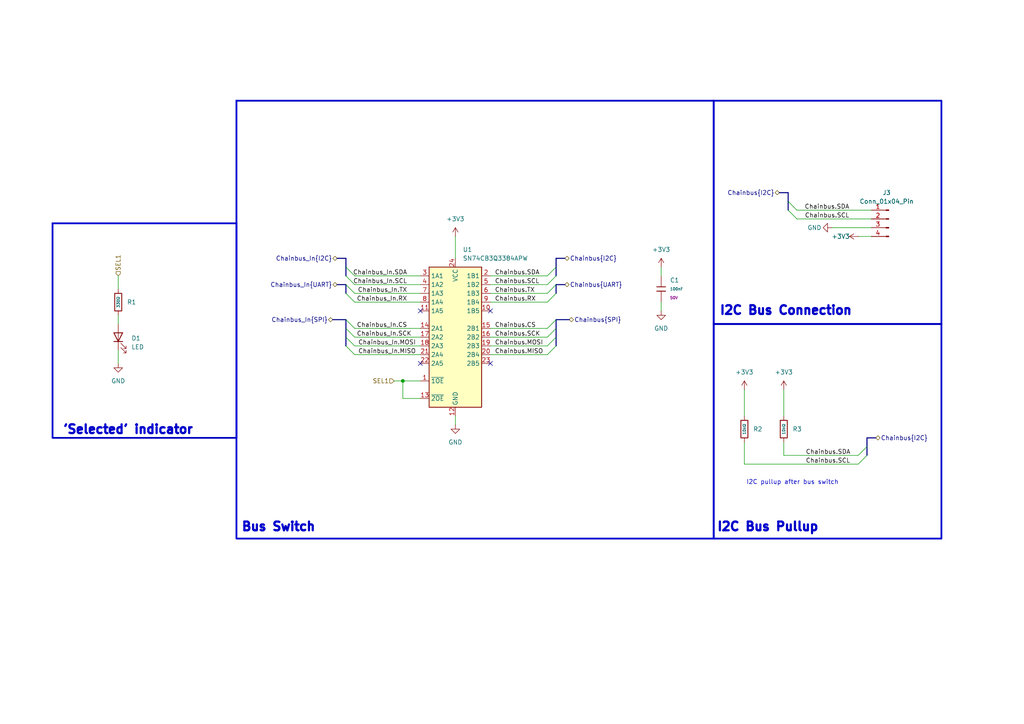
<source format=kicad_sch>
(kicad_sch
	(version 20250114)
	(generator "eeschema")
	(generator_version "9.0")
	(uuid "6219f996-2028-4799-8c3f-69cf5071ab9b")
	(paper "A4")
	(lib_symbols
		(symbol "74xx:SN74CB3Q3384APW"
			(exclude_from_sim no)
			(in_bom yes)
			(on_board yes)
			(property "Reference" "U"
				(at -7.62 22.86 0)
				(effects
					(font
						(size 1.27 1.27)
					)
				)
			)
			(property "Value" "SN74CB3Q3384APW"
				(at 10.16 22.86 0)
				(effects
					(font
						(size 1.27 1.27)
					)
				)
			)
			(property "Footprint" "Package_SO:TSSOP-24_4.4x7.8mm_P0.65mm"
				(at 0 0 0)
				(effects
					(font
						(size 1.27 1.27)
					)
					(hide yes)
				)
			)
			(property "Datasheet" "https://www.ti.com/lit/ds/symlink/sn74cb3q3384a.pdf?ts=1634790233466"
				(at 0 0 0)
				(effects
					(font
						(size 1.27 1.27)
					)
					(hide yes)
				)
			)
			(property "Description" "FET Bus Switch, 10bit, 500MHz, 3.3V, TSSOP-24"
				(at 0 0 0)
				(effects
					(font
						(size 1.27 1.27)
					)
					(hide yes)
				)
			)
			(property "ki_keywords" "low voltage high bandwidth"
				(at 0 0 0)
				(effects
					(font
						(size 1.27 1.27)
					)
					(hide yes)
				)
			)
			(property "ki_fp_filters" "TSSOP*4.4x7.8mm*P0.65mm*"
				(at 0 0 0)
				(effects
					(font
						(size 1.27 1.27)
					)
					(hide yes)
				)
			)
			(symbol "SN74CB3Q3384APW_0_1"
				(pin tri_state line
					(at -10.16 17.78 0)
					(length 2.54)
					(name "1A1"
						(effects
							(font
								(size 1.27 1.27)
							)
						)
					)
					(number "3"
						(effects
							(font
								(size 1.27 1.27)
							)
						)
					)
				)
				(pin tri_state line
					(at -10.16 15.24 0)
					(length 2.54)
					(name "1A2"
						(effects
							(font
								(size 1.27 1.27)
							)
						)
					)
					(number "4"
						(effects
							(font
								(size 1.27 1.27)
							)
						)
					)
				)
				(pin tri_state line
					(at -10.16 12.7 0)
					(length 2.54)
					(name "1A3"
						(effects
							(font
								(size 1.27 1.27)
							)
						)
					)
					(number "7"
						(effects
							(font
								(size 1.27 1.27)
							)
						)
					)
				)
				(pin tri_state line
					(at -10.16 10.16 0)
					(length 2.54)
					(name "1A4"
						(effects
							(font
								(size 1.27 1.27)
							)
						)
					)
					(number "8"
						(effects
							(font
								(size 1.27 1.27)
							)
						)
					)
				)
				(pin tri_state line
					(at -10.16 7.62 0)
					(length 2.54)
					(name "1A5"
						(effects
							(font
								(size 1.27 1.27)
							)
						)
					)
					(number "11"
						(effects
							(font
								(size 1.27 1.27)
							)
						)
					)
				)
				(pin tri_state line
					(at -10.16 2.54 0)
					(length 2.54)
					(name "2A1"
						(effects
							(font
								(size 1.27 1.27)
							)
						)
					)
					(number "14"
						(effects
							(font
								(size 1.27 1.27)
							)
						)
					)
				)
				(pin tri_state line
					(at -10.16 0 0)
					(length 2.54)
					(name "2A2"
						(effects
							(font
								(size 1.27 1.27)
							)
						)
					)
					(number "17"
						(effects
							(font
								(size 1.27 1.27)
							)
						)
					)
				)
				(pin tri_state line
					(at -10.16 -2.54 0)
					(length 2.54)
					(name "2A3"
						(effects
							(font
								(size 1.27 1.27)
							)
						)
					)
					(number "18"
						(effects
							(font
								(size 1.27 1.27)
							)
						)
					)
				)
				(pin tri_state line
					(at -10.16 -5.08 0)
					(length 2.54)
					(name "2A4"
						(effects
							(font
								(size 1.27 1.27)
							)
						)
					)
					(number "21"
						(effects
							(font
								(size 1.27 1.27)
							)
						)
					)
				)
				(pin tri_state line
					(at -10.16 -7.62 0)
					(length 2.54)
					(name "2A5"
						(effects
							(font
								(size 1.27 1.27)
							)
						)
					)
					(number "22"
						(effects
							(font
								(size 1.27 1.27)
							)
						)
					)
				)
				(pin input line
					(at -10.16 -12.7 0)
					(length 2.54)
					(name "~{1OE}"
						(effects
							(font
								(size 1.27 1.27)
							)
						)
					)
					(number "1"
						(effects
							(font
								(size 1.27 1.27)
							)
						)
					)
				)
				(pin input line
					(at -10.16 -17.78 0)
					(length 2.54)
					(name "~{2OE}"
						(effects
							(font
								(size 1.27 1.27)
							)
						)
					)
					(number "13"
						(effects
							(font
								(size 1.27 1.27)
							)
						)
					)
				)
				(pin power_in line
					(at 0 22.86 270)
					(length 2.54)
					(name "VCC"
						(effects
							(font
								(size 1.27 1.27)
							)
						)
					)
					(number "24"
						(effects
							(font
								(size 1.27 1.27)
							)
						)
					)
				)
				(pin power_in line
					(at 0 -22.86 90)
					(length 2.54)
					(name "GND"
						(effects
							(font
								(size 1.27 1.27)
							)
						)
					)
					(number "12"
						(effects
							(font
								(size 1.27 1.27)
							)
						)
					)
				)
				(pin tri_state line
					(at 10.16 17.78 180)
					(length 2.54)
					(name "1B1"
						(effects
							(font
								(size 1.27 1.27)
							)
						)
					)
					(number "2"
						(effects
							(font
								(size 1.27 1.27)
							)
						)
					)
				)
				(pin tri_state line
					(at 10.16 15.24 180)
					(length 2.54)
					(name "1B2"
						(effects
							(font
								(size 1.27 1.27)
							)
						)
					)
					(number "5"
						(effects
							(font
								(size 1.27 1.27)
							)
						)
					)
				)
				(pin tri_state line
					(at 10.16 12.7 180)
					(length 2.54)
					(name "1B3"
						(effects
							(font
								(size 1.27 1.27)
							)
						)
					)
					(number "6"
						(effects
							(font
								(size 1.27 1.27)
							)
						)
					)
				)
				(pin tri_state line
					(at 10.16 10.16 180)
					(length 2.54)
					(name "1B4"
						(effects
							(font
								(size 1.27 1.27)
							)
						)
					)
					(number "9"
						(effects
							(font
								(size 1.27 1.27)
							)
						)
					)
				)
				(pin tri_state line
					(at 10.16 7.62 180)
					(length 2.54)
					(name "1B5"
						(effects
							(font
								(size 1.27 1.27)
							)
						)
					)
					(number "10"
						(effects
							(font
								(size 1.27 1.27)
							)
						)
					)
				)
				(pin tri_state line
					(at 10.16 2.54 180)
					(length 2.54)
					(name "2B1"
						(effects
							(font
								(size 1.27 1.27)
							)
						)
					)
					(number "15"
						(effects
							(font
								(size 1.27 1.27)
							)
						)
					)
				)
				(pin tri_state line
					(at 10.16 0 180)
					(length 2.54)
					(name "2B2"
						(effects
							(font
								(size 1.27 1.27)
							)
						)
					)
					(number "16"
						(effects
							(font
								(size 1.27 1.27)
							)
						)
					)
				)
				(pin tri_state line
					(at 10.16 -2.54 180)
					(length 2.54)
					(name "2B3"
						(effects
							(font
								(size 1.27 1.27)
							)
						)
					)
					(number "19"
						(effects
							(font
								(size 1.27 1.27)
							)
						)
					)
				)
				(pin tri_state line
					(at 10.16 -5.08 180)
					(length 2.54)
					(name "2B4"
						(effects
							(font
								(size 1.27 1.27)
							)
						)
					)
					(number "20"
						(effects
							(font
								(size 1.27 1.27)
							)
						)
					)
				)
				(pin tri_state line
					(at 10.16 -7.62 180)
					(length 2.54)
					(name "2B5"
						(effects
							(font
								(size 1.27 1.27)
							)
						)
					)
					(number "23"
						(effects
							(font
								(size 1.27 1.27)
							)
						)
					)
				)
			)
			(symbol "SN74CB3Q3384APW_1_1"
				(rectangle
					(start -7.62 20.32)
					(end 7.62 -20.32)
					(stroke
						(width 0.254)
						(type default)
					)
					(fill
						(type background)
					)
				)
			)
			(embedded_fonts no)
		)
		(symbol "Connector:Conn_01x04_Pin"
			(pin_names
				(offset 1.016)
				(hide yes)
			)
			(exclude_from_sim no)
			(in_bom yes)
			(on_board yes)
			(property "Reference" "J"
				(at 0 5.08 0)
				(effects
					(font
						(size 1.27 1.27)
					)
				)
			)
			(property "Value" "Conn_01x04_Pin"
				(at 0 -7.62 0)
				(effects
					(font
						(size 1.27 1.27)
					)
				)
			)
			(property "Footprint" ""
				(at 0 0 0)
				(effects
					(font
						(size 1.27 1.27)
					)
					(hide yes)
				)
			)
			(property "Datasheet" "~"
				(at 0 0 0)
				(effects
					(font
						(size 1.27 1.27)
					)
					(hide yes)
				)
			)
			(property "Description" "Generic connector, single row, 01x04, script generated"
				(at 0 0 0)
				(effects
					(font
						(size 1.27 1.27)
					)
					(hide yes)
				)
			)
			(property "ki_locked" ""
				(at 0 0 0)
				(effects
					(font
						(size 1.27 1.27)
					)
				)
			)
			(property "ki_keywords" "connector"
				(at 0 0 0)
				(effects
					(font
						(size 1.27 1.27)
					)
					(hide yes)
				)
			)
			(property "ki_fp_filters" "Connector*:*_1x??_*"
				(at 0 0 0)
				(effects
					(font
						(size 1.27 1.27)
					)
					(hide yes)
				)
			)
			(symbol "Conn_01x04_Pin_1_1"
				(rectangle
					(start 0.8636 2.667)
					(end 0 2.413)
					(stroke
						(width 0.1524)
						(type default)
					)
					(fill
						(type outline)
					)
				)
				(rectangle
					(start 0.8636 0.127)
					(end 0 -0.127)
					(stroke
						(width 0.1524)
						(type default)
					)
					(fill
						(type outline)
					)
				)
				(rectangle
					(start 0.8636 -2.413)
					(end 0 -2.667)
					(stroke
						(width 0.1524)
						(type default)
					)
					(fill
						(type outline)
					)
				)
				(rectangle
					(start 0.8636 -4.953)
					(end 0 -5.207)
					(stroke
						(width 0.1524)
						(type default)
					)
					(fill
						(type outline)
					)
				)
				(polyline
					(pts
						(xy 1.27 2.54) (xy 0.8636 2.54)
					)
					(stroke
						(width 0.1524)
						(type default)
					)
					(fill
						(type none)
					)
				)
				(polyline
					(pts
						(xy 1.27 0) (xy 0.8636 0)
					)
					(stroke
						(width 0.1524)
						(type default)
					)
					(fill
						(type none)
					)
				)
				(polyline
					(pts
						(xy 1.27 -2.54) (xy 0.8636 -2.54)
					)
					(stroke
						(width 0.1524)
						(type default)
					)
					(fill
						(type none)
					)
				)
				(polyline
					(pts
						(xy 1.27 -5.08) (xy 0.8636 -5.08)
					)
					(stroke
						(width 0.1524)
						(type default)
					)
					(fill
						(type none)
					)
				)
				(pin passive line
					(at 5.08 2.54 180)
					(length 3.81)
					(name "Pin_1"
						(effects
							(font
								(size 1.27 1.27)
							)
						)
					)
					(number "1"
						(effects
							(font
								(size 1.27 1.27)
							)
						)
					)
				)
				(pin passive line
					(at 5.08 0 180)
					(length 3.81)
					(name "Pin_2"
						(effects
							(font
								(size 1.27 1.27)
							)
						)
					)
					(number "2"
						(effects
							(font
								(size 1.27 1.27)
							)
						)
					)
				)
				(pin passive line
					(at 5.08 -2.54 180)
					(length 3.81)
					(name "Pin_3"
						(effects
							(font
								(size 1.27 1.27)
							)
						)
					)
					(number "3"
						(effects
							(font
								(size 1.27 1.27)
							)
						)
					)
				)
				(pin passive line
					(at 5.08 -5.08 180)
					(length 3.81)
					(name "Pin_4"
						(effects
							(font
								(size 1.27 1.27)
							)
						)
					)
					(number "4"
						(effects
							(font
								(size 1.27 1.27)
							)
						)
					)
				)
			)
			(embedded_fonts no)
		)
		(symbol "Device:LED"
			(pin_numbers
				(hide yes)
			)
			(pin_names
				(offset 1.016)
				(hide yes)
			)
			(exclude_from_sim no)
			(in_bom yes)
			(on_board yes)
			(property "Reference" "D"
				(at 0 2.54 0)
				(effects
					(font
						(size 1.27 1.27)
					)
				)
			)
			(property "Value" "LED"
				(at 0 -2.54 0)
				(effects
					(font
						(size 1.27 1.27)
					)
				)
			)
			(property "Footprint" ""
				(at 0 0 0)
				(effects
					(font
						(size 1.27 1.27)
					)
					(hide yes)
				)
			)
			(property "Datasheet" "~"
				(at 0 0 0)
				(effects
					(font
						(size 1.27 1.27)
					)
					(hide yes)
				)
			)
			(property "Description" "Light emitting diode"
				(at 0 0 0)
				(effects
					(font
						(size 1.27 1.27)
					)
					(hide yes)
				)
			)
			(property "Sim.Pins" "1=K 2=A"
				(at 0 0 0)
				(effects
					(font
						(size 1.27 1.27)
					)
					(hide yes)
				)
			)
			(property "ki_keywords" "LED diode"
				(at 0 0 0)
				(effects
					(font
						(size 1.27 1.27)
					)
					(hide yes)
				)
			)
			(property "ki_fp_filters" "LED* LED_SMD:* LED_THT:*"
				(at 0 0 0)
				(effects
					(font
						(size 1.27 1.27)
					)
					(hide yes)
				)
			)
			(symbol "LED_0_1"
				(polyline
					(pts
						(xy -3.048 -0.762) (xy -4.572 -2.286) (xy -3.81 -2.286) (xy -4.572 -2.286) (xy -4.572 -1.524)
					)
					(stroke
						(width 0)
						(type default)
					)
					(fill
						(type none)
					)
				)
				(polyline
					(pts
						(xy -1.778 -0.762) (xy -3.302 -2.286) (xy -2.54 -2.286) (xy -3.302 -2.286) (xy -3.302 -1.524)
					)
					(stroke
						(width 0)
						(type default)
					)
					(fill
						(type none)
					)
				)
				(polyline
					(pts
						(xy -1.27 0) (xy 1.27 0)
					)
					(stroke
						(width 0)
						(type default)
					)
					(fill
						(type none)
					)
				)
				(polyline
					(pts
						(xy -1.27 -1.27) (xy -1.27 1.27)
					)
					(stroke
						(width 0.254)
						(type default)
					)
					(fill
						(type none)
					)
				)
				(polyline
					(pts
						(xy 1.27 -1.27) (xy 1.27 1.27) (xy -1.27 0) (xy 1.27 -1.27)
					)
					(stroke
						(width 0.254)
						(type default)
					)
					(fill
						(type none)
					)
				)
			)
			(symbol "LED_1_1"
				(pin passive line
					(at -3.81 0 0)
					(length 2.54)
					(name "K"
						(effects
							(font
								(size 1.27 1.27)
							)
						)
					)
					(number "1"
						(effects
							(font
								(size 1.27 1.27)
							)
						)
					)
				)
				(pin passive line
					(at 3.81 0 180)
					(length 2.54)
					(name "A"
						(effects
							(font
								(size 1.27 1.27)
							)
						)
					)
					(number "2"
						(effects
							(font
								(size 1.27 1.27)
							)
						)
					)
				)
			)
			(embedded_fonts no)
		)
		(symbol "PCM_JLCPCB-Capacitors:0603,100nF"
			(pin_numbers
				(hide yes)
			)
			(pin_names
				(offset 0)
			)
			(exclude_from_sim no)
			(in_bom yes)
			(on_board yes)
			(property "Reference" "C"
				(at 2.032 1.668 0)
				(effects
					(font
						(size 1.27 1.27)
					)
					(justify left)
				)
			)
			(property "Value" "100nF"
				(at 2.032 -0.3782 0)
				(effects
					(font
						(size 0.8 0.8)
					)
					(justify left)
				)
			)
			(property "Footprint" "PCM_JLCPCB:C_0603"
				(at -1.778 0 90)
				(effects
					(font
						(size 1.27 1.27)
					)
					(hide yes)
				)
			)
			(property "Datasheet" "https://www.lcsc.com/datasheet/lcsc_datasheet_2211101700_YAGEO-CC0603KRX7R9BB104_C14663.pdf"
				(at 0 0 0)
				(effects
					(font
						(size 1.27 1.27)
					)
					(hide yes)
				)
			)
			(property "Description" "50V 100nF X7R ±10% 0603 Multilayer Ceramic Capacitors MLCC - SMD/SMT ROHS"
				(at 0 0 0)
				(effects
					(font
						(size 1.27 1.27)
					)
					(hide yes)
				)
			)
			(property "LCSC" "C14663"
				(at 0 0 0)
				(effects
					(font
						(size 1.27 1.27)
					)
					(hide yes)
				)
			)
			(property "Stock" "70324515"
				(at 0 0 0)
				(effects
					(font
						(size 1.27 1.27)
					)
					(hide yes)
				)
			)
			(property "Price" "0.006USD"
				(at 0 0 0)
				(effects
					(font
						(size 1.27 1.27)
					)
					(hide yes)
				)
			)
			(property "Process" "SMT"
				(at 0 0 0)
				(effects
					(font
						(size 1.27 1.27)
					)
					(hide yes)
				)
			)
			(property "Minimum Qty" "20"
				(at 0 0 0)
				(effects
					(font
						(size 1.27 1.27)
					)
					(hide yes)
				)
			)
			(property "Attrition Qty" "10"
				(at 0 0 0)
				(effects
					(font
						(size 1.27 1.27)
					)
					(hide yes)
				)
			)
			(property "Class" "Basic Component"
				(at 0 0 0)
				(effects
					(font
						(size 1.27 1.27)
					)
					(hide yes)
				)
			)
			(property "Category" "Capacitors,Multilayer Ceramic Capacitors MLCC - SMD/SMT"
				(at 0 0 0)
				(effects
					(font
						(size 1.27 1.27)
					)
					(hide yes)
				)
			)
			(property "Manufacturer" "YAGEO"
				(at 0 0 0)
				(effects
					(font
						(size 1.27 1.27)
					)
					(hide yes)
				)
			)
			(property "Part" "CC0603KRX7R9BB104"
				(at 0 0 0)
				(effects
					(font
						(size 1.27 1.27)
					)
					(hide yes)
				)
			)
			(property "Voltage Rated" "50V"
				(at 2.032 -2.0462 0)
				(effects
					(font
						(size 0.8 0.8)
					)
					(justify left)
				)
			)
			(property "Tolerance" "±10%"
				(at 0 0 0)
				(effects
					(font
						(size 1.27 1.27)
					)
					(hide yes)
				)
			)
			(property "Capacitance" "100nF"
				(at 0 0 0)
				(effects
					(font
						(size 1.27 1.27)
					)
					(hide yes)
				)
			)
			(property "Temperature Coefficient" "X7R"
				(at 0 0 0)
				(effects
					(font
						(size 1.27 1.27)
					)
					(hide yes)
				)
			)
			(property "ki_fp_filters" "C_*"
				(at 0 0 0)
				(effects
					(font
						(size 1.27 1.27)
					)
					(hide yes)
				)
			)
			(symbol "0603,100nF_0_1"
				(polyline
					(pts
						(xy -1.27 0.635) (xy 1.27 0.635)
					)
					(stroke
						(width 0.254)
						(type default)
					)
					(fill
						(type none)
					)
				)
				(polyline
					(pts
						(xy -1.27 -0.635) (xy 1.27 -0.635)
					)
					(stroke
						(width 0.254)
						(type default)
					)
					(fill
						(type none)
					)
				)
			)
			(symbol "0603,100nF_1_1"
				(pin passive line
					(at 0 3.81 270)
					(length 3.175)
					(name "~"
						(effects
							(font
								(size 1.27 1.27)
							)
						)
					)
					(number "1"
						(effects
							(font
								(size 1.27 1.27)
							)
						)
					)
				)
				(pin passive line
					(at 0 -3.81 90)
					(length 3.175)
					(name "~"
						(effects
							(font
								(size 1.27 1.27)
							)
						)
					)
					(number "2"
						(effects
							(font
								(size 1.27 1.27)
							)
						)
					)
				)
			)
			(embedded_fonts no)
		)
		(symbol "PCM_JLCPCB-Resistors:0402,10kΩ"
			(pin_numbers
				(hide yes)
			)
			(pin_names
				(offset 0)
			)
			(exclude_from_sim no)
			(in_bom yes)
			(on_board yes)
			(property "Reference" "R"
				(at 1.778 0 0)
				(effects
					(font
						(size 1.27 1.27)
					)
					(justify left)
				)
			)
			(property "Value" "10kΩ"
				(at 0 0 90)
				(do_not_autoplace)
				(effects
					(font
						(size 0.8 0.8)
					)
				)
			)
			(property "Footprint" "PCM_JLCPCB:R_0402"
				(at -1.778 0 90)
				(effects
					(font
						(size 1.27 1.27)
					)
					(hide yes)
				)
			)
			(property "Datasheet" "https://www.lcsc.com/datasheet/lcsc_datasheet_2411221126_UNI-ROYAL-Uniroyal-Elec-0402WGF1002TCE_C25744.pdf"
				(at 0 0 0)
				(effects
					(font
						(size 1.27 1.27)
					)
					(hide yes)
				)
			)
			(property "Description" "62.5mW Thick Film Resistors 50V ±100ppm/°C ±1% 10kΩ 0402 Chip Resistor - Surface Mount ROHS"
				(at 0 0 0)
				(effects
					(font
						(size 1.27 1.27)
					)
					(hide yes)
				)
			)
			(property "LCSC" "C25744"
				(at 0 0 0)
				(effects
					(font
						(size 1.27 1.27)
					)
					(hide yes)
				)
			)
			(property "Stock" "24372091"
				(at 0 0 0)
				(effects
					(font
						(size 1.27 1.27)
					)
					(hide yes)
				)
			)
			(property "Price" "0.004USD"
				(at 0 0 0)
				(effects
					(font
						(size 1.27 1.27)
					)
					(hide yes)
				)
			)
			(property "Process" "SMT"
				(at 0 0 0)
				(effects
					(font
						(size 1.27 1.27)
					)
					(hide yes)
				)
			)
			(property "Minimum Qty" "20"
				(at 0 0 0)
				(effects
					(font
						(size 1.27 1.27)
					)
					(hide yes)
				)
			)
			(property "Attrition Qty" "10"
				(at 0 0 0)
				(effects
					(font
						(size 1.27 1.27)
					)
					(hide yes)
				)
			)
			(property "Class" "Basic Component"
				(at 0 0 0)
				(effects
					(font
						(size 1.27 1.27)
					)
					(hide yes)
				)
			)
			(property "Category" "Resistors,Chip Resistor - Surface Mount"
				(at 0 0 0)
				(effects
					(font
						(size 1.27 1.27)
					)
					(hide yes)
				)
			)
			(property "Manufacturer" "UNI-ROYAL(Uniroyal Elec)"
				(at 0 0 0)
				(effects
					(font
						(size 1.27 1.27)
					)
					(hide yes)
				)
			)
			(property "Part" "0402WGF1002TCE"
				(at 0 0 0)
				(effects
					(font
						(size 1.27 1.27)
					)
					(hide yes)
				)
			)
			(property "Resistance" "10kΩ"
				(at 0 0 0)
				(effects
					(font
						(size 1.27 1.27)
					)
					(hide yes)
				)
			)
			(property "Power(Watts)" "62.5mW"
				(at 0 0 0)
				(effects
					(font
						(size 1.27 1.27)
					)
					(hide yes)
				)
			)
			(property "Type" "Thick Film Resistors"
				(at 0 0 0)
				(effects
					(font
						(size 1.27 1.27)
					)
					(hide yes)
				)
			)
			(property "Overload Voltage (Max)" "50V"
				(at 0 0 0)
				(effects
					(font
						(size 1.27 1.27)
					)
					(hide yes)
				)
			)
			(property "Operating Temperature Range" "-55°C~+155°C"
				(at 0 0 0)
				(effects
					(font
						(size 1.27 1.27)
					)
					(hide yes)
				)
			)
			(property "Tolerance" "±1%"
				(at 0 0 0)
				(effects
					(font
						(size 1.27 1.27)
					)
					(hide yes)
				)
			)
			(property "Temperature Coefficient" "±100ppm/°C"
				(at 0 0 0)
				(effects
					(font
						(size 1.27 1.27)
					)
					(hide yes)
				)
			)
			(property "ki_fp_filters" "R_*"
				(at 0 0 0)
				(effects
					(font
						(size 1.27 1.27)
					)
					(hide yes)
				)
			)
			(symbol "0402,10kΩ_0_1"
				(rectangle
					(start -1.016 2.54)
					(end 1.016 -2.54)
					(stroke
						(width 0.254)
						(type default)
					)
					(fill
						(type none)
					)
				)
			)
			(symbol "0402,10kΩ_1_1"
				(pin passive line
					(at 0 3.81 270)
					(length 1.27)
					(name "~"
						(effects
							(font
								(size 1.27 1.27)
							)
						)
					)
					(number "1"
						(effects
							(font
								(size 1.27 1.27)
							)
						)
					)
				)
				(pin passive line
					(at 0 -3.81 90)
					(length 1.27)
					(name "~"
						(effects
							(font
								(size 1.27 1.27)
							)
						)
					)
					(number "2"
						(effects
							(font
								(size 1.27 1.27)
							)
						)
					)
				)
			)
			(embedded_fonts no)
		)
		(symbol "PCM_JLCPCB-Resistors:0402,330Ω"
			(pin_numbers
				(hide yes)
			)
			(pin_names
				(offset 0)
			)
			(exclude_from_sim no)
			(in_bom yes)
			(on_board yes)
			(property "Reference" "R"
				(at 1.778 0 0)
				(effects
					(font
						(size 1.27 1.27)
					)
					(justify left)
				)
			)
			(property "Value" "330Ω"
				(at 0 0 90)
				(do_not_autoplace)
				(effects
					(font
						(size 0.8 0.8)
					)
				)
			)
			(property "Footprint" "PCM_JLCPCB:R_0402"
				(at -1.778 0 90)
				(effects
					(font
						(size 1.27 1.27)
					)
					(hide yes)
				)
			)
			(property "Datasheet" "https://www.lcsc.com/datasheet/lcsc_datasheet_2205311900_UNI-ROYAL-Uniroyal-Elec-0402WGF3300TCE_C25104.pdf"
				(at 0 0 0)
				(effects
					(font
						(size 1.27 1.27)
					)
					(hide yes)
				)
			)
			(property "Description" "62.5mW Thick Film Resistors 50V ±100ppm/°C ±1% 330Ω 0402 Chip Resistor - Surface Mount ROHS"
				(at 0 0 0)
				(effects
					(font
						(size 1.27 1.27)
					)
					(hide yes)
				)
			)
			(property "LCSC" "C25104"
				(at 0 0 0)
				(effects
					(font
						(size 1.27 1.27)
					)
					(hide yes)
				)
			)
			(property "Stock" "1159127"
				(at 0 0 0)
				(effects
					(font
						(size 1.27 1.27)
					)
					(hide yes)
				)
			)
			(property "Price" "0.004USD"
				(at 0 0 0)
				(effects
					(font
						(size 1.27 1.27)
					)
					(hide yes)
				)
			)
			(property "Process" "SMT"
				(at 0 0 0)
				(effects
					(font
						(size 1.27 1.27)
					)
					(hide yes)
				)
			)
			(property "Minimum Qty" "20"
				(at 0 0 0)
				(effects
					(font
						(size 1.27 1.27)
					)
					(hide yes)
				)
			)
			(property "Attrition Qty" "10"
				(at 0 0 0)
				(effects
					(font
						(size 1.27 1.27)
					)
					(hide yes)
				)
			)
			(property "Class" "Basic Component"
				(at 0 0 0)
				(effects
					(font
						(size 1.27 1.27)
					)
					(hide yes)
				)
			)
			(property "Category" "Resistors,Chip Resistor - Surface Mount"
				(at 0 0 0)
				(effects
					(font
						(size 1.27 1.27)
					)
					(hide yes)
				)
			)
			(property "Manufacturer" "UNI-ROYAL(Uniroyal Elec)"
				(at 0 0 0)
				(effects
					(font
						(size 1.27 1.27)
					)
					(hide yes)
				)
			)
			(property "Part" "0402WGF3300TCE"
				(at 0 0 0)
				(effects
					(font
						(size 1.27 1.27)
					)
					(hide yes)
				)
			)
			(property "Resistance" "330Ω"
				(at 0 0 0)
				(effects
					(font
						(size 1.27 1.27)
					)
					(hide yes)
				)
			)
			(property "Power(Watts)" "62.5mW"
				(at 0 0 0)
				(effects
					(font
						(size 1.27 1.27)
					)
					(hide yes)
				)
			)
			(property "Type" "Thick Film Resistors"
				(at 0 0 0)
				(effects
					(font
						(size 1.27 1.27)
					)
					(hide yes)
				)
			)
			(property "Overload Voltage (Max)" "50V"
				(at 0 0 0)
				(effects
					(font
						(size 1.27 1.27)
					)
					(hide yes)
				)
			)
			(property "Operating Temperature Range" "-55°C~+155°C"
				(at 0 0 0)
				(effects
					(font
						(size 1.27 1.27)
					)
					(hide yes)
				)
			)
			(property "Tolerance" "±1%"
				(at 0 0 0)
				(effects
					(font
						(size 1.27 1.27)
					)
					(hide yes)
				)
			)
			(property "Temperature Coefficient" "±100ppm/°C"
				(at 0 0 0)
				(effects
					(font
						(size 1.27 1.27)
					)
					(hide yes)
				)
			)
			(property "ki_fp_filters" "R_*"
				(at 0 0 0)
				(effects
					(font
						(size 1.27 1.27)
					)
					(hide yes)
				)
			)
			(symbol "0402,330Ω_0_1"
				(rectangle
					(start -1.016 2.54)
					(end 1.016 -2.54)
					(stroke
						(width 0.254)
						(type default)
					)
					(fill
						(type none)
					)
				)
			)
			(symbol "0402,330Ω_1_1"
				(pin passive line
					(at 0 3.81 270)
					(length 1.27)
					(name "~"
						(effects
							(font
								(size 1.27 1.27)
							)
						)
					)
					(number "1"
						(effects
							(font
								(size 1.27 1.27)
							)
						)
					)
				)
				(pin passive line
					(at 0 -3.81 90)
					(length 1.27)
					(name "~"
						(effects
							(font
								(size 1.27 1.27)
							)
						)
					)
					(number "2"
						(effects
							(font
								(size 1.27 1.27)
							)
						)
					)
				)
			)
			(embedded_fonts no)
		)
		(symbol "power:+5V"
			(power)
			(pin_numbers
				(hide yes)
			)
			(pin_names
				(offset 0)
				(hide yes)
			)
			(exclude_from_sim no)
			(in_bom yes)
			(on_board yes)
			(property "Reference" "#PWR"
				(at 0 -3.81 0)
				(effects
					(font
						(size 1.27 1.27)
					)
					(hide yes)
				)
			)
			(property "Value" "+5V"
				(at 0 3.556 0)
				(effects
					(font
						(size 1.27 1.27)
					)
				)
			)
			(property "Footprint" ""
				(at 0 0 0)
				(effects
					(font
						(size 1.27 1.27)
					)
					(hide yes)
				)
			)
			(property "Datasheet" ""
				(at 0 0 0)
				(effects
					(font
						(size 1.27 1.27)
					)
					(hide yes)
				)
			)
			(property "Description" "Power symbol creates a global label with name \"+5V\""
				(at 0 0 0)
				(effects
					(font
						(size 1.27 1.27)
					)
					(hide yes)
				)
			)
			(property "ki_keywords" "global power"
				(at 0 0 0)
				(effects
					(font
						(size 1.27 1.27)
					)
					(hide yes)
				)
			)
			(symbol "+5V_0_1"
				(polyline
					(pts
						(xy -0.762 1.27) (xy 0 2.54)
					)
					(stroke
						(width 0)
						(type default)
					)
					(fill
						(type none)
					)
				)
				(polyline
					(pts
						(xy 0 2.54) (xy 0.762 1.27)
					)
					(stroke
						(width 0)
						(type default)
					)
					(fill
						(type none)
					)
				)
				(polyline
					(pts
						(xy 0 0) (xy 0 2.54)
					)
					(stroke
						(width 0)
						(type default)
					)
					(fill
						(type none)
					)
				)
			)
			(symbol "+5V_1_1"
				(pin power_in line
					(at 0 0 90)
					(length 0)
					(name "~"
						(effects
							(font
								(size 1.27 1.27)
							)
						)
					)
					(number "1"
						(effects
							(font
								(size 1.27 1.27)
							)
						)
					)
				)
			)
			(embedded_fonts no)
		)
		(symbol "power:GND"
			(power)
			(pin_numbers
				(hide yes)
			)
			(pin_names
				(offset 0)
				(hide yes)
			)
			(exclude_from_sim no)
			(in_bom yes)
			(on_board yes)
			(property "Reference" "#PWR"
				(at 0 -6.35 0)
				(effects
					(font
						(size 1.27 1.27)
					)
					(hide yes)
				)
			)
			(property "Value" "GND"
				(at 0 -3.81 0)
				(effects
					(font
						(size 1.27 1.27)
					)
				)
			)
			(property "Footprint" ""
				(at 0 0 0)
				(effects
					(font
						(size 1.27 1.27)
					)
					(hide yes)
				)
			)
			(property "Datasheet" ""
				(at 0 0 0)
				(effects
					(font
						(size 1.27 1.27)
					)
					(hide yes)
				)
			)
			(property "Description" "Power symbol creates a global label with name \"GND\" , ground"
				(at 0 0 0)
				(effects
					(font
						(size 1.27 1.27)
					)
					(hide yes)
				)
			)
			(property "ki_keywords" "global power"
				(at 0 0 0)
				(effects
					(font
						(size 1.27 1.27)
					)
					(hide yes)
				)
			)
			(symbol "GND_0_1"
				(polyline
					(pts
						(xy 0 0) (xy 0 -1.27) (xy 1.27 -1.27) (xy 0 -2.54) (xy -1.27 -1.27) (xy 0 -1.27)
					)
					(stroke
						(width 0)
						(type default)
					)
					(fill
						(type none)
					)
				)
			)
			(symbol "GND_1_1"
				(pin power_in line
					(at 0 0 270)
					(length 0)
					(name "~"
						(effects
							(font
								(size 1.27 1.27)
							)
						)
					)
					(number "1"
						(effects
							(font
								(size 1.27 1.27)
							)
						)
					)
				)
			)
			(embedded_fonts no)
		)
	)
	(rectangle
		(start 68.58 29.21)
		(end 207.01 156.21)
		(stroke
			(width 0.508)
			(type solid)
		)
		(fill
			(type none)
		)
		(uuid 09916b8f-de64-4524-aa07-25bb9862d990)
	)
	(rectangle
		(start 207.01 29.21)
		(end 273.05 93.98)
		(stroke
			(width 0.508)
			(type solid)
		)
		(fill
			(type none)
		)
		(uuid 5444956d-0e31-49e6-953f-3af6dc440b29)
	)
	(rectangle
		(start 15.24 64.77)
		(end 68.58 127)
		(stroke
			(width 0.508)
			(type solid)
		)
		(fill
			(type none)
		)
		(uuid 8e092a32-3be5-4ac0-a806-b0d41968340a)
	)
	(rectangle
		(start 207.01 93.98)
		(end 273.05 156.21)
		(stroke
			(width 0.508)
			(type solid)
		)
		(fill
			(type none)
		)
		(uuid e7163e35-bc70-4794-b58f-8a26001400a8)
	)
	(text "Bus Switch"
		(exclude_from_sim no)
		(at 69.85 152.908 0)
		(effects
			(font
				(size 2.54 2.54)
				(thickness 0.762)
				(bold yes)
			)
			(justify left)
		)
		(uuid "30d2b71b-32e1-414b-b713-4c33b8924b7b")
	)
	(text "'Selected' indicator"
		(exclude_from_sim no)
		(at 18.034 124.714 0)
		(effects
			(font
				(size 2.54 2.54)
				(thickness 0.762)
				(bold yes)
			)
			(justify left)
		)
		(uuid "851e29fc-7885-4296-a81a-d03f4ce76dbb")
	)
	(text "I2C Bus Pullup"
		(exclude_from_sim no)
		(at 207.772 152.908 0)
		(effects
			(font
				(size 2.54 2.54)
				(thickness 0.762)
				(bold yes)
			)
			(justify left)
		)
		(uuid "cc029a6c-9fa5-4751-bfc9-fc1136fe6ff9")
	)
	(text "I2C pullup after bus switch\n"
		(exclude_from_sim no)
		(at 229.87 139.954 0)
		(effects
			(font
				(size 1.27 1.27)
			)
		)
		(uuid "ea6f9594-26ba-4b28-8d39-9a1c2f587e87")
	)
	(text "I2C Bus Connection"
		(exclude_from_sim no)
		(at 208.534 90.17 0)
		(effects
			(font
				(size 2.54 2.54)
				(thickness 0.762)
				(bold yes)
			)
			(justify left)
		)
		(uuid "fea68f8f-71ea-41ac-87fe-c1d5591e3fe7")
	)
	(junction
		(at 116.84 110.49)
		(diameter 0)
		(color 0 0 0 0)
		(uuid "bbbbbc67-cb89-46b5-9ea1-8d390ac72bca")
	)
	(no_connect
		(at 121.92 90.17)
		(uuid "00b52418-24bc-48fe-a1be-fead74fff350")
	)
	(no_connect
		(at 142.24 90.17)
		(uuid "19599a5b-05f2-4140-8c24-bd044f16c707")
	)
	(no_connect
		(at 121.92 105.41)
		(uuid "d869685d-b57c-44db-87a7-c5d09fd822e9")
	)
	(no_connect
		(at 142.24 105.41)
		(uuid "ef36e606-0c2f-425b-8ba9-424145d5d8af")
	)
	(bus_entry
		(at 228.6 58.42)
		(size 2.54 2.54)
		(stroke
			(width 0)
			(type default)
		)
		(uuid "0ff2f309-5868-4e8f-ab4a-7f83cd8e1664")
	)
	(bus_entry
		(at 161.29 77.47)
		(size -2.54 2.54)
		(stroke
			(width 0)
			(type default)
		)
		(uuid "1092d075-59c9-4b9a-96e0-390030328d1f")
	)
	(bus_entry
		(at 100.33 80.01)
		(size 2.54 2.54)
		(stroke
			(width 0)
			(type default)
		)
		(uuid "42db3e80-afd5-43b3-a1d4-79aa5c7b1a11")
	)
	(bus_entry
		(at 161.29 80.01)
		(size -2.54 2.54)
		(stroke
			(width 0)
			(type default)
		)
		(uuid "53f8f6f7-e458-4a89-b9c6-86a6eb0b7d73")
	)
	(bus_entry
		(at 251.46 132.08)
		(size -2.54 2.54)
		(stroke
			(width 0)
			(type default)
		)
		(uuid "56c3b229-fa5b-4e4f-b497-df121802f832")
	)
	(bus_entry
		(at 161.29 97.79)
		(size -2.54 2.54)
		(stroke
			(width 0)
			(type default)
		)
		(uuid "655916ff-a724-4ed4-82d2-4ec9d34b8273")
	)
	(bus_entry
		(at 161.29 92.71)
		(size -2.54 2.54)
		(stroke
			(width 0)
			(type default)
		)
		(uuid "74a21b93-1441-4ae8-aaa7-27e79efa5de6")
	)
	(bus_entry
		(at 100.33 95.25)
		(size 2.54 2.54)
		(stroke
			(width 0)
			(type default)
		)
		(uuid "74a4aa70-d4c2-442a-9565-dbd92bab1e1a")
	)
	(bus_entry
		(at 161.29 100.33)
		(size -2.54 2.54)
		(stroke
			(width 0)
			(type default)
		)
		(uuid "7600e775-98ce-42d9-af3a-b59c7774afc8")
	)
	(bus_entry
		(at 251.46 129.54)
		(size -2.54 2.54)
		(stroke
			(width 0)
			(type default)
		)
		(uuid "7ac32dfc-abbb-4a7b-954f-b2e94bf6650d")
	)
	(bus_entry
		(at 161.29 95.25)
		(size -2.54 2.54)
		(stroke
			(width 0)
			(type default)
		)
		(uuid "836f377e-d48f-49f5-928a-720e4bb641d9")
	)
	(bus_entry
		(at 161.29 82.55)
		(size -2.54 2.54)
		(stroke
			(width 0)
			(type default)
		)
		(uuid "9ad24666-e598-4054-9041-70bee3177f76")
	)
	(bus_entry
		(at 100.33 85.09)
		(size 2.54 2.54)
		(stroke
			(width 0)
			(type default)
		)
		(uuid "ad3636f3-4653-4e86-a4fe-4e23fabd8bf1")
	)
	(bus_entry
		(at 100.33 82.55)
		(size 2.54 2.54)
		(stroke
			(width 0)
			(type default)
		)
		(uuid "ad67b5f4-53b2-48b7-af03-869d3b219fd8")
	)
	(bus_entry
		(at 100.33 77.47)
		(size 2.54 2.54)
		(stroke
			(width 0)
			(type default)
		)
		(uuid "bfe076ed-bb7b-4ae3-9e28-46ba987fc09f")
	)
	(bus_entry
		(at 161.29 85.09)
		(size -2.54 2.54)
		(stroke
			(width 0)
			(type default)
		)
		(uuid "d762f074-bf40-44bc-897a-54c37abf3e84")
	)
	(bus_entry
		(at 228.6 60.96)
		(size 2.54 2.54)
		(stroke
			(width 0)
			(type default)
		)
		(uuid "e5b4da3e-fb77-44ac-925c-7188a5cadf18")
	)
	(bus_entry
		(at 100.33 100.33)
		(size 2.54 2.54)
		(stroke
			(width 0)
			(type default)
		)
		(uuid "effe5418-5925-444f-a386-eaaa02e7f42b")
	)
	(bus_entry
		(at 100.33 97.79)
		(size 2.54 2.54)
		(stroke
			(width 0)
			(type default)
		)
		(uuid "f0bf7a46-5f36-46e1-8d71-fa8b331c463b")
	)
	(bus_entry
		(at 100.33 92.71)
		(size 2.54 2.54)
		(stroke
			(width 0)
			(type default)
		)
		(uuid "fa5a3d10-0e20-496b-91ee-97d051c5b31b")
	)
	(bus
		(pts
			(xy 226.06 55.88) (xy 228.6 55.88)
		)
		(stroke
			(width 0)
			(type default)
		)
		(uuid "02c0fec5-10ae-43d5-a24d-5445fd5a22d6")
	)
	(wire
		(pts
			(xy 102.87 97.79) (xy 121.92 97.79)
		)
		(stroke
			(width 0)
			(type default)
		)
		(uuid "13a03c74-d5d9-453c-bb9c-6a63be055d0d")
	)
	(wire
		(pts
			(xy 34.29 80.01) (xy 34.29 83.82)
		)
		(stroke
			(width 0)
			(type default)
		)
		(uuid "15cfa950-ecab-4a26-88dd-da018283a368")
	)
	(wire
		(pts
			(xy 102.87 85.09) (xy 121.92 85.09)
		)
		(stroke
			(width 0)
			(type default)
		)
		(uuid "1728807e-40ea-4c4e-aeda-dfcca28f7c24")
	)
	(wire
		(pts
			(xy 252.73 66.04) (xy 241.3 66.04)
		)
		(stroke
			(width 0)
			(type default)
		)
		(uuid "17add313-6612-4bec-91a9-615abb8e9599")
	)
	(bus
		(pts
			(xy 251.46 129.54) (xy 251.46 132.08)
		)
		(stroke
			(width 0)
			(type default)
		)
		(uuid "17dc51a8-d778-4742-b33d-db16fe8d307f")
	)
	(wire
		(pts
			(xy 34.29 101.6) (xy 34.29 105.41)
		)
		(stroke
			(width 0)
			(type default)
		)
		(uuid "19b2d112-3b7d-468c-b896-734ecbb8270c")
	)
	(bus
		(pts
			(xy 163.83 74.93) (xy 161.29 74.93)
		)
		(stroke
			(width 0)
			(type default)
		)
		(uuid "1d80a73b-1ea9-42d5-abe0-edf950ee66af")
	)
	(wire
		(pts
			(xy 116.84 115.57) (xy 116.84 110.49)
		)
		(stroke
			(width 0)
			(type default)
		)
		(uuid "21a30e5e-3be9-435b-a307-3a7e58017233")
	)
	(bus
		(pts
			(xy 254 127) (xy 251.46 127)
		)
		(stroke
			(width 0)
			(type default)
		)
		(uuid "2293db28-8d84-429b-bffd-24148cfd4a91")
	)
	(wire
		(pts
			(xy 142.24 100.33) (xy 158.75 100.33)
		)
		(stroke
			(width 0)
			(type default)
		)
		(uuid "245db132-d474-4c0b-b051-7ef96240147a")
	)
	(wire
		(pts
			(xy 215.9 134.62) (xy 248.92 134.62)
		)
		(stroke
			(width 0)
			(type default)
		)
		(uuid "2bcfcc0e-2cb6-4d50-b296-1c56877d49eb")
	)
	(wire
		(pts
			(xy 227.33 120.65) (xy 227.33 113.03)
		)
		(stroke
			(width 0)
			(type default)
		)
		(uuid "2ce95ba9-cfe2-495a-8365-739b5ad0f2f2")
	)
	(bus
		(pts
			(xy 161.29 77.47) (xy 161.29 80.01)
		)
		(stroke
			(width 0)
			(type default)
		)
		(uuid "2e8239d0-6b4a-4ded-96b7-22c384ce51f8")
	)
	(bus
		(pts
			(xy 100.33 82.55) (xy 100.33 85.09)
		)
		(stroke
			(width 0)
			(type default)
		)
		(uuid "2fbc143f-e1bf-4af6-aea6-5b9b1fa551a2")
	)
	(wire
		(pts
			(xy 215.9 134.62) (xy 215.9 128.27)
		)
		(stroke
			(width 0)
			(type default)
		)
		(uuid "304d8be0-2757-4a1d-a502-308d1ebe94cc")
	)
	(wire
		(pts
			(xy 142.24 87.63) (xy 158.75 87.63)
		)
		(stroke
			(width 0)
			(type default)
		)
		(uuid "306fdc28-ee10-47df-ae9a-11ffdd18c227")
	)
	(wire
		(pts
			(xy 252.73 60.96) (xy 231.14 60.96)
		)
		(stroke
			(width 0)
			(type default)
		)
		(uuid "3b75224c-8877-4e80-a6c2-dfd4c4b30c91")
	)
	(bus
		(pts
			(xy 163.83 82.55) (xy 161.29 82.55)
		)
		(stroke
			(width 0)
			(type default)
		)
		(uuid "3d532b97-eb8e-4b59-a306-4194c769aa9c")
	)
	(wire
		(pts
			(xy 191.77 77.47) (xy 191.77 80.01)
		)
		(stroke
			(width 0)
			(type default)
		)
		(uuid "3f801b97-7a44-4828-aa32-5a4deea68155")
	)
	(wire
		(pts
			(xy 142.24 97.79) (xy 158.75 97.79)
		)
		(stroke
			(width 0)
			(type default)
		)
		(uuid "43682f58-fd5f-405c-a606-6f5bf6780f0d")
	)
	(bus
		(pts
			(xy 161.29 82.55) (xy 161.29 85.09)
		)
		(stroke
			(width 0)
			(type default)
		)
		(uuid "45ddf696-79f7-4cc4-814a-f587fede4f2f")
	)
	(wire
		(pts
			(xy 121.92 115.57) (xy 116.84 115.57)
		)
		(stroke
			(width 0)
			(type default)
		)
		(uuid "46184076-8535-4e48-94a7-0360fed7ec0b")
	)
	(wire
		(pts
			(xy 102.87 87.63) (xy 121.92 87.63)
		)
		(stroke
			(width 0)
			(type default)
		)
		(uuid "479f9f68-1300-4512-bb88-f376c0f3d501")
	)
	(wire
		(pts
			(xy 132.08 68.58) (xy 132.08 74.93)
		)
		(stroke
			(width 0)
			(type default)
		)
		(uuid "488b74f1-05be-4de1-82fd-024f0cf3cf97")
	)
	(wire
		(pts
			(xy 142.24 80.01) (xy 158.75 80.01)
		)
		(stroke
			(width 0)
			(type default)
		)
		(uuid "4bb2aa22-e90c-4a4a-9972-466c0a14881c")
	)
	(bus
		(pts
			(xy 228.6 55.88) (xy 228.6 58.42)
		)
		(stroke
			(width 0)
			(type default)
		)
		(uuid "5ad945b9-3525-4ca8-b418-c975b6fcca48")
	)
	(wire
		(pts
			(xy 227.33 132.08) (xy 227.33 128.27)
		)
		(stroke
			(width 0)
			(type default)
		)
		(uuid "5ae04694-6df2-46aa-a19f-442d495f0911")
	)
	(wire
		(pts
			(xy 191.77 87.63) (xy 191.77 90.17)
		)
		(stroke
			(width 0)
			(type default)
		)
		(uuid "5b3d8098-6cd9-4dc9-86ff-ff086e9f6c14")
	)
	(wire
		(pts
			(xy 102.87 100.33) (xy 121.92 100.33)
		)
		(stroke
			(width 0)
			(type default)
		)
		(uuid "5b608fda-7095-4aca-811e-f29b69cd5ee1")
	)
	(wire
		(pts
			(xy 102.87 80.01) (xy 121.92 80.01)
		)
		(stroke
			(width 0)
			(type default)
		)
		(uuid "5ef23e3c-932a-471e-8a90-b20e6b2d0218")
	)
	(bus
		(pts
			(xy 100.33 95.25) (xy 100.33 97.79)
		)
		(stroke
			(width 0)
			(type default)
		)
		(uuid "66407afb-6b5d-4ee2-af01-bff2da5e0fd8")
	)
	(wire
		(pts
			(xy 132.08 120.65) (xy 132.08 123.19)
		)
		(stroke
			(width 0)
			(type default)
		)
		(uuid "714491f3-0ec3-4eff-8526-2f188895bb39")
	)
	(wire
		(pts
			(xy 114.3 110.49) (xy 116.84 110.49)
		)
		(stroke
			(width 0)
			(type default)
		)
		(uuid "799d55a8-26c7-49cb-ab57-970ea6f218e2")
	)
	(bus
		(pts
			(xy 161.29 92.71) (xy 161.29 95.25)
		)
		(stroke
			(width 0)
			(type default)
		)
		(uuid "8b127a5c-a352-490d-9737-ea09d5369dc2")
	)
	(wire
		(pts
			(xy 227.33 132.08) (xy 248.92 132.08)
		)
		(stroke
			(width 0)
			(type default)
		)
		(uuid "90f5d689-b4e2-459f-a134-5424dc20e97d")
	)
	(bus
		(pts
			(xy 100.33 74.93) (xy 100.33 77.47)
		)
		(stroke
			(width 0)
			(type default)
		)
		(uuid "93a1b4c7-41fd-4d76-b6d6-e429e88b19af")
	)
	(bus
		(pts
			(xy 97.79 82.55) (xy 100.33 82.55)
		)
		(stroke
			(width 0)
			(type default)
		)
		(uuid "956015b9-537b-4dd1-9605-a00708f3274b")
	)
	(wire
		(pts
			(xy 116.84 110.49) (xy 121.92 110.49)
		)
		(stroke
			(width 0)
			(type default)
		)
		(uuid "ace01524-19c7-4344-834a-addc92f6e9f2")
	)
	(bus
		(pts
			(xy 161.29 74.93) (xy 161.29 77.47)
		)
		(stroke
			(width 0)
			(type default)
		)
		(uuid "ada21b1d-a64b-4c7d-a390-0ea2ad695a5d")
	)
	(bus
		(pts
			(xy 161.29 95.25) (xy 161.29 97.79)
		)
		(stroke
			(width 0)
			(type default)
		)
		(uuid "aea733ce-dfc7-415e-bc46-1be166c746ed")
	)
	(wire
		(pts
			(xy 248.92 68.58) (xy 252.73 68.58)
		)
		(stroke
			(width 0)
			(type default)
		)
		(uuid "b08d7f0f-495b-4e27-b437-b5df0747863d")
	)
	(wire
		(pts
			(xy 142.24 102.87) (xy 158.75 102.87)
		)
		(stroke
			(width 0)
			(type default)
		)
		(uuid "b51d64f2-e1ee-4044-b5b6-a5d274ae3e99")
	)
	(wire
		(pts
			(xy 142.24 82.55) (xy 158.75 82.55)
		)
		(stroke
			(width 0)
			(type default)
		)
		(uuid "b55c02f4-085e-409e-83d2-1cae54ad882f")
	)
	(wire
		(pts
			(xy 102.87 82.55) (xy 121.92 82.55)
		)
		(stroke
			(width 0)
			(type default)
		)
		(uuid "bb9097b2-0e7c-4aee-8c0a-7174a8dca4d2")
	)
	(wire
		(pts
			(xy 102.87 95.25) (xy 121.92 95.25)
		)
		(stroke
			(width 0)
			(type default)
		)
		(uuid "c4db410e-2549-46fb-be48-3e0840fff39d")
	)
	(bus
		(pts
			(xy 100.33 97.79) (xy 100.33 100.33)
		)
		(stroke
			(width 0)
			(type default)
		)
		(uuid "c9818ae0-b2a3-4f31-bcc7-0301eddaa3cb")
	)
	(wire
		(pts
			(xy 102.87 102.87) (xy 121.92 102.87)
		)
		(stroke
			(width 0)
			(type default)
		)
		(uuid "cad4b1db-1f6e-4fac-ae58-aabe1eb70c1c")
	)
	(bus
		(pts
			(xy 97.79 74.93) (xy 100.33 74.93)
		)
		(stroke
			(width 0)
			(type default)
		)
		(uuid "cbb3bc5b-6757-4a7d-a55e-eea969961133")
	)
	(bus
		(pts
			(xy 96.52 92.71) (xy 100.33 92.71)
		)
		(stroke
			(width 0)
			(type default)
		)
		(uuid "cf9b89d2-4e4f-4194-a092-13b899030263")
	)
	(wire
		(pts
			(xy 231.14 63.5) (xy 252.73 63.5)
		)
		(stroke
			(width 0)
			(type default)
		)
		(uuid "d05e0e82-be7f-49b9-b503-0f12daadf83a")
	)
	(bus
		(pts
			(xy 251.46 127) (xy 251.46 129.54)
		)
		(stroke
			(width 0)
			(type default)
		)
		(uuid "d2552a95-ea65-4bdb-a1f2-da2899d2409c")
	)
	(wire
		(pts
			(xy 142.24 95.25) (xy 158.75 95.25)
		)
		(stroke
			(width 0)
			(type default)
		)
		(uuid "d31dc253-e956-4bf3-8b35-b4e61fbd5df6")
	)
	(bus
		(pts
			(xy 165.1 92.71) (xy 161.29 92.71)
		)
		(stroke
			(width 0)
			(type default)
		)
		(uuid "d92674d3-8ecb-4f6d-8ee0-a2de4eb1f3d2")
	)
	(wire
		(pts
			(xy 142.24 85.09) (xy 158.75 85.09)
		)
		(stroke
			(width 0)
			(type default)
		)
		(uuid "d9ae41cd-d9c1-4c99-8d57-96df53638d55")
	)
	(wire
		(pts
			(xy 215.9 120.65) (xy 215.9 113.03)
		)
		(stroke
			(width 0)
			(type default)
		)
		(uuid "dfbcd9de-9dc1-4873-adf2-ed46881ef52f")
	)
	(bus
		(pts
			(xy 161.29 97.79) (xy 161.29 100.33)
		)
		(stroke
			(width 0)
			(type default)
		)
		(uuid "e0b4179c-c96c-4dd8-a3de-507184bc42fc")
	)
	(bus
		(pts
			(xy 100.33 77.47) (xy 100.33 80.01)
		)
		(stroke
			(width 0)
			(type default)
		)
		(uuid "e9713eac-b6ac-4b78-8d02-73324aa48e73")
	)
	(bus
		(pts
			(xy 228.6 58.42) (xy 228.6 60.96)
		)
		(stroke
			(width 0)
			(type default)
		)
		(uuid "eb041487-f15f-4951-aa61-e965af346868")
	)
	(wire
		(pts
			(xy 34.29 91.44) (xy 34.29 93.98)
		)
		(stroke
			(width 0)
			(type default)
		)
		(uuid "f4ba6083-097d-449e-8b29-ccd45ca8030a")
	)
	(bus
		(pts
			(xy 100.33 92.71) (xy 100.33 95.25)
		)
		(stroke
			(width 0)
			(type default)
		)
		(uuid "fb96689c-504c-4402-b487-ff99f2fde598")
	)
	(label "Chainbus_In.MISO"
		(at 120.65 102.87 180)
		(effects
			(font
				(size 1.27 1.27)
			)
			(justify right bottom)
		)
		(uuid "04a5d9ae-1e67-47c7-845a-9ad6c56e8031")
	)
	(label "Chainbus.MISO"
		(at 143.51 102.87 0)
		(effects
			(font
				(size 1.27 1.27)
			)
			(justify left bottom)
		)
		(uuid "17cfdcec-b236-493a-a285-b6a8a950cfc1")
	)
	(label "Chainbus_In.RX"
		(at 118.11 87.63 180)
		(effects
			(font
				(size 1.27 1.27)
			)
			(justify right bottom)
		)
		(uuid "1b01791c-a871-4124-b77c-84a4452e86ca")
	)
	(label "Chainbus.SCK"
		(at 143.51 97.79 0)
		(effects
			(font
				(size 1.27 1.27)
			)
			(justify left bottom)
		)
		(uuid "26a82d4d-2937-485b-9dec-946827fa0dbb")
	)
	(label "Chainbus_In.TX"
		(at 118.11 85.09 180)
		(effects
			(font
				(size 1.27 1.27)
			)
			(justify right bottom)
		)
		(uuid "27d8e036-4982-476b-9752-fd6b737d081a")
	)
	(label "Chainbus.CS"
		(at 143.51 95.25 0)
		(effects
			(font
				(size 1.27 1.27)
			)
			(justify left bottom)
		)
		(uuid "2a592bcc-97a4-4006-8ad0-b0732ea43099")
	)
	(label "Chainbus_In.SCL"
		(at 118.11 82.55 180)
		(effects
			(font
				(size 1.27 1.27)
			)
			(justify right bottom)
		)
		(uuid "3a92dcc9-0aa6-4e4c-aa65-9736c8f74a71")
	)
	(label "Chainbus.SDA"
		(at 233.68 132.08 0)
		(effects
			(font
				(size 1.27 1.27)
			)
			(justify left bottom)
		)
		(uuid "4e22c2fd-35a8-46a1-8341-19f31183f145")
	)
	(label "Chainbus.TX"
		(at 143.51 85.09 0)
		(effects
			(font
				(size 1.27 1.27)
			)
			(justify left bottom)
		)
		(uuid "4ef136e3-91f5-43d3-b9dd-7693f5c7b96e")
	)
	(label "Chainbus_In.MOSI"
		(at 120.65 100.33 180)
		(effects
			(font
				(size 1.27 1.27)
			)
			(justify right bottom)
		)
		(uuid "55544509-04d0-4699-bc14-0e240d9d636f")
	)
	(label "Chainbus.SDA"
		(at 143.51 80.01 0)
		(effects
			(font
				(size 1.27 1.27)
			)
			(justify left bottom)
		)
		(uuid "5c4c1f81-b89f-462d-aa5f-3c3efca4027c")
	)
	(label "Chainbus.SCL"
		(at 233.68 134.62 0)
		(effects
			(font
				(size 1.27 1.27)
			)
			(justify left bottom)
		)
		(uuid "6241d321-d0fc-48e7-a02b-ce94cc4a9acb")
	)
	(label "Chainbus.SCL"
		(at 143.51 82.55 0)
		(effects
			(font
				(size 1.27 1.27)
			)
			(justify left bottom)
		)
		(uuid "737aa314-225d-48c0-9d8f-834cf5dded0b")
	)
	(label "Chainbus.MOSI"
		(at 143.51 100.33 0)
		(effects
			(font
				(size 1.27 1.27)
			)
			(justify left bottom)
		)
		(uuid "7aa28e51-c5f4-4642-be43-5298b4f1b001")
	)
	(label "Chainbus_In.SCK"
		(at 119.38 97.79 180)
		(effects
			(font
				(size 1.27 1.27)
			)
			(justify right bottom)
		)
		(uuid "86883d82-01d5-4457-b2a1-62ed611760ea")
	)
	(label "Chainbus_In.CS"
		(at 118.11 95.25 180)
		(effects
			(font
				(size 1.27 1.27)
			)
			(justify right bottom)
		)
		(uuid "89efe49a-6ca6-4717-a07d-60c07e227aae")
	)
	(label "Chainbus_In.SDA"
		(at 118.11 80.01 180)
		(effects
			(font
				(size 1.27 1.27)
			)
			(justify right bottom)
		)
		(uuid "8b7116b7-3041-4a3b-83d7-ed898c2606af")
	)
	(label "Chainbus.RX"
		(at 143.51 87.63 0)
		(effects
			(font
				(size 1.27 1.27)
			)
			(justify left bottom)
		)
		(uuid "8b9e78f9-ccde-4ddc-ad0c-66a435debab2")
	)
	(label "Chainbus.SCL"
		(at 246.38 63.5 180)
		(effects
			(font
				(size 1.27 1.27)
			)
			(justify right bottom)
		)
		(uuid "a06db94c-fcc4-4a14-970b-cc90f21a5995")
	)
	(label "Chainbus.SDA"
		(at 246.38 60.96 180)
		(effects
			(font
				(size 1.27 1.27)
			)
			(justify right bottom)
		)
		(uuid "acda4ae7-7495-4464-9885-765f2927d829")
	)
	(hierarchical_label "Chainbus{I2C}"
		(shape bidirectional)
		(at 226.06 55.88 180)
		(effects
			(font
				(size 1.27 1.27)
			)
			(justify right)
		)
		(uuid "06afc8f1-4d8a-46a5-b317-52ab17b64391")
	)
	(hierarchical_label "Chainbus{I2C}"
		(shape bidirectional)
		(at 254 127 0)
		(effects
			(font
				(size 1.27 1.27)
			)
			(justify left)
		)
		(uuid "168da0a8-76cd-41d9-a7df-3f8f2403ac92")
	)
	(hierarchical_label "Chainbus{SPI}"
		(shape bidirectional)
		(at 165.1 92.71 0)
		(effects
			(font
				(size 1.27 1.27)
			)
			(justify left)
		)
		(uuid "251ba50b-5c61-44c5-a39d-66cd32158437")
	)
	(hierarchical_label "Chainbus_In{UART}"
		(shape bidirectional)
		(at 97.79 82.55 180)
		(effects
			(font
				(size 1.27 1.27)
			)
			(justify right)
		)
		(uuid "37f4d1bb-6fb9-4b5d-a992-2e615b5639ab")
	)
	(hierarchical_label "Chainbus{UART}"
		(shape bidirectional)
		(at 163.83 82.55 0)
		(effects
			(font
				(size 1.27 1.27)
			)
			(justify left)
		)
		(uuid "443e4e85-6ec4-4a66-befb-025efb532394")
	)
	(hierarchical_label "Chainbus{I2C}"
		(shape bidirectional)
		(at 163.83 74.93 0)
		(effects
			(font
				(size 1.27 1.27)
			)
			(justify left)
		)
		(uuid "9850a94a-d4bb-4ae2-86fa-e8a02b3a5950")
	)
	(hierarchical_label "SEL1"
		(shape input)
		(at 114.3 110.49 180)
		(effects
			(font
				(size 1.27 1.27)
			)
			(justify right)
		)
		(uuid "9eb75f99-41e5-4571-9e81-f48cace55409")
	)
	(hierarchical_label "Chainbus_In{I2C}"
		(shape bidirectional)
		(at 97.79 74.93 180)
		(effects
			(font
				(size 1.27 1.27)
			)
			(justify right)
		)
		(uuid "a845fb69-ad3e-4134-8010-d5a3c93f5e07")
	)
	(hierarchical_label "Chainbus_In{SPI}"
		(shape bidirectional)
		(at 96.52 92.71 180)
		(effects
			(font
				(size 1.27 1.27)
			)
			(justify right)
		)
		(uuid "ef999bbb-c9aa-46b6-b9fa-82ad57307178")
	)
	(hierarchical_label "SEL1"
		(shape input)
		(at 34.29 80.01 90)
		(effects
			(font
				(size 1.27 1.27)
			)
			(justify left)
		)
		(uuid "fa79f112-ec2e-4eaa-b1a4-0314c5fb59bc")
	)
	(symbol
		(lib_id "PCM_JLCPCB-Resistors:0402,10kΩ")
		(at 227.33 124.46 0)
		(unit 1)
		(exclude_from_sim no)
		(in_bom yes)
		(on_board yes)
		(dnp no)
		(fields_autoplaced yes)
		(uuid "13097454-219a-410e-a2d2-66e599765c8f")
		(property "Reference" "R3"
			(at 229.87 124.4599 0)
			(effects
				(font
					(size 1.27 1.27)
				)
				(justify left)
			)
		)
		(property "Value" "10kΩ"
			(at 227.33 124.46 90)
			(do_not_autoplace yes)
			(effects
				(font
					(size 0.8 0.8)
				)
			)
		)
		(property "Footprint" "PCM_JLCPCB:R_0402"
			(at 225.552 124.46 90)
			(effects
				(font
					(size 1.27 1.27)
				)
				(hide yes)
			)
		)
		(property "Datasheet" "https://www.lcsc.com/datasheet/lcsc_datasheet_2411221126_UNI-ROYAL-Uniroyal-Elec-0402WGF1002TCE_C25744.pdf"
			(at 227.33 124.46 0)
			(effects
				(font
					(size 1.27 1.27)
				)
				(hide yes)
			)
		)
		(property "Description" "62.5mW Thick Film Resistors 50V ±100ppm/°C ±1% 10kΩ 0402 Chip Resistor - Surface Mount ROHS"
			(at 227.33 124.46 0)
			(effects
				(font
					(size 1.27 1.27)
				)
				(hide yes)
			)
		)
		(property "LCSC" "C25744"
			(at 227.33 124.46 0)
			(effects
				(font
					(size 1.27 1.27)
				)
				(hide yes)
			)
		)
		(property "Stock" "24372091"
			(at 227.33 124.46 0)
			(effects
				(font
					(size 1.27 1.27)
				)
				(hide yes)
			)
		)
		(property "Price" "0.004USD"
			(at 227.33 124.46 0)
			(effects
				(font
					(size 1.27 1.27)
				)
				(hide yes)
			)
		)
		(property "Process" "SMT"
			(at 227.33 124.46 0)
			(effects
				(font
					(size 1.27 1.27)
				)
				(hide yes)
			)
		)
		(property "Minimum Qty" "20"
			(at 227.33 124.46 0)
			(effects
				(font
					(size 1.27 1.27)
				)
				(hide yes)
			)
		)
		(property "Attrition Qty" "10"
			(at 227.33 124.46 0)
			(effects
				(font
					(size 1.27 1.27)
				)
				(hide yes)
			)
		)
		(property "Class" "Basic Component"
			(at 227.33 124.46 0)
			(effects
				(font
					(size 1.27 1.27)
				)
				(hide yes)
			)
		)
		(property "Category" "Resistors,Chip Resistor - Surface Mount"
			(at 227.33 124.46 0)
			(effects
				(font
					(size 1.27 1.27)
				)
				(hide yes)
			)
		)
		(property "Manufacturer" "UNI-ROYAL(Uniroyal Elec)"
			(at 227.33 124.46 0)
			(effects
				(font
					(size 1.27 1.27)
				)
				(hide yes)
			)
		)
		(property "Part" "0402WGF1002TCE"
			(at 227.33 124.46 0)
			(effects
				(font
					(size 1.27 1.27)
				)
				(hide yes)
			)
		)
		(property "Resistance" "10kΩ"
			(at 227.33 124.46 0)
			(effects
				(font
					(size 1.27 1.27)
				)
				(hide yes)
			)
		)
		(property "Power(Watts)" "62.5mW"
			(at 227.33 124.46 0)
			(effects
				(font
					(size 1.27 1.27)
				)
				(hide yes)
			)
		)
		(property "Type" "Thick Film Resistors"
			(at 227.33 124.46 0)
			(effects
				(font
					(size 1.27 1.27)
				)
				(hide yes)
			)
		)
		(property "Overload Voltage (Max)" "50V"
			(at 227.33 124.46 0)
			(effects
				(font
					(size 1.27 1.27)
				)
				(hide yes)
			)
		)
		(property "Operating Temperature Range" "-55°C~+155°C"
			(at 227.33 124.46 0)
			(effects
				(font
					(size 1.27 1.27)
				)
				(hide yes)
			)
		)
		(property "Tolerance" "±1%"
			(at 227.33 124.46 0)
			(effects
				(font
					(size 1.27 1.27)
				)
				(hide yes)
			)
		)
		(property "Temperature Coefficient" "±100ppm/°C"
			(at 227.33 124.46 0)
			(effects
				(font
					(size 1.27 1.27)
				)
				(hide yes)
			)
		)
		(pin "2"
			(uuid "9c0a4fb4-3e4b-4199-a013-4b9882b8507a")
		)
		(pin "1"
			(uuid "6305596c-804b-4001-a1a8-3129bd4953d4")
		)
		(instances
			(project "MMS3_hat_stepper_controler"
				(path "/6596548a-44e0-46d8-8624-fd71cf4a3e17/ec6d73af-72b0-4068-85fb-cca3c5143749"
					(reference "R3")
					(unit 1)
				)
			)
		)
	)
	(symbol
		(lib_id "Device:LED")
		(at 34.29 97.79 90)
		(unit 1)
		(exclude_from_sim no)
		(in_bom yes)
		(on_board yes)
		(dnp no)
		(fields_autoplaced yes)
		(uuid "163b7c4c-b59a-4b48-abe7-8b822478d8be")
		(property "Reference" "D1"
			(at 38.1 98.1074 90)
			(effects
				(font
					(size 1.27 1.27)
				)
				(justify right)
			)
		)
		(property "Value" "LED"
			(at 38.1 100.6474 90)
			(effects
				(font
					(size 1.27 1.27)
				)
				(justify right)
			)
		)
		(property "Footprint" "LED_SMD:LED_0603_1608Metric"
			(at 34.29 97.79 0)
			(effects
				(font
					(size 1.27 1.27)
				)
				(hide yes)
			)
		)
		(property "Datasheet" "~"
			(at 34.29 97.79 0)
			(effects
				(font
					(size 1.27 1.27)
				)
				(hide yes)
			)
		)
		(property "Description" "Light emitting diode"
			(at 34.29 97.79 0)
			(effects
				(font
					(size 1.27 1.27)
				)
				(hide yes)
			)
		)
		(property "Sim.Pins" "1=K 2=A"
			(at 34.29 97.79 0)
			(effects
				(font
					(size 1.27 1.27)
				)
				(hide yes)
			)
		)
		(pin "2"
			(uuid "ff27bd0e-62cf-4acb-8ae8-75db5c260c53")
		)
		(pin "1"
			(uuid "05a080a8-94eb-4f88-a130-247880b7ebff")
		)
		(instances
			(project ""
				(path "/6596548a-44e0-46d8-8624-fd71cf4a3e17/ec6d73af-72b0-4068-85fb-cca3c5143749"
					(reference "D1")
					(unit 1)
				)
			)
		)
	)
	(symbol
		(lib_id "power:+5V")
		(at 248.92 68.58 90)
		(unit 1)
		(exclude_from_sim no)
		(in_bom yes)
		(on_board yes)
		(dnp no)
		(uuid "242c6c3c-6ddd-4d14-b359-13b4d35f420d")
		(property "Reference" "#PWR038"
			(at 252.73 68.58 0)
			(effects
				(font
					(size 1.27 1.27)
				)
				(hide yes)
			)
		)
		(property "Value" "+3V3"
			(at 243.84 68.58 90)
			(effects
				(font
					(size 1.27 1.27)
				)
			)
		)
		(property "Footprint" ""
			(at 248.92 68.58 0)
			(effects
				(font
					(size 1.27 1.27)
				)
				(hide yes)
			)
		)
		(property "Datasheet" ""
			(at 248.92 68.58 0)
			(effects
				(font
					(size 1.27 1.27)
				)
				(hide yes)
			)
		)
		(property "Description" "Power symbol creates a global label with name \"+5V\""
			(at 248.92 68.58 0)
			(effects
				(font
					(size 1.27 1.27)
				)
				(hide yes)
			)
		)
		(pin "1"
			(uuid "fd93e87f-ea1c-4242-b72b-d3964adc1ab7")
		)
		(instances
			(project "MMS2_hat_template_small"
				(path "/6596548a-44e0-46d8-8624-fd71cf4a3e17/ec6d73af-72b0-4068-85fb-cca3c5143749"
					(reference "#PWR038")
					(unit 1)
				)
			)
		)
	)
	(symbol
		(lib_id "Connector:Conn_01x04_Pin")
		(at 257.81 63.5 0)
		(mirror y)
		(unit 1)
		(exclude_from_sim no)
		(in_bom yes)
		(on_board yes)
		(dnp no)
		(uuid "2bdc2f2f-2e7c-4725-b021-3d1ad96d19cc")
		(property "Reference" "J3"
			(at 257.175 55.88 0)
			(effects
				(font
					(size 1.27 1.27)
				)
			)
		)
		(property "Value" "Conn_01x04_Pin"
			(at 257.175 58.42 0)
			(effects
				(font
					(size 1.27 1.27)
				)
			)
		)
		(property "Footprint" "Connector_PinHeader_2.54mm:PinHeader_1x04_P2.54mm_Vertical"
			(at 257.81 63.5 0)
			(effects
				(font
					(size 1.27 1.27)
				)
				(hide yes)
			)
		)
		(property "Datasheet" "~"
			(at 257.81 63.5 0)
			(effects
				(font
					(size 1.27 1.27)
				)
				(hide yes)
			)
		)
		(property "Description" "Generic connector, single row, 01x04, script generated"
			(at 257.81 63.5 0)
			(effects
				(font
					(size 1.27 1.27)
				)
				(hide yes)
			)
		)
		(pin "1"
			(uuid "b7affb93-e682-4057-8320-d6f86b1d9701")
		)
		(pin "3"
			(uuid "a9a596d1-6265-41f5-94f7-242ed164ddc4")
		)
		(pin "4"
			(uuid "3eaf899f-e688-48c6-9359-52bfb68b8185")
		)
		(pin "2"
			(uuid "df7eea39-17dc-4260-8760-5ee0b654c327")
		)
		(instances
			(project ""
				(path "/6596548a-44e0-46d8-8624-fd71cf4a3e17/ec6d73af-72b0-4068-85fb-cca3c5143749"
					(reference "J3")
					(unit 1)
				)
			)
		)
	)
	(symbol
		(lib_id "power:+5V")
		(at 132.08 68.58 0)
		(unit 1)
		(exclude_from_sim no)
		(in_bom yes)
		(on_board yes)
		(dnp no)
		(fields_autoplaced yes)
		(uuid "3fff1588-55d3-4fb5-9645-c6c1ca482ffa")
		(property "Reference" "#PWR031"
			(at 132.08 72.39 0)
			(effects
				(font
					(size 1.27 1.27)
				)
				(hide yes)
			)
		)
		(property "Value" "+3V3"
			(at 132.08 63.5 0)
			(effects
				(font
					(size 1.27 1.27)
				)
			)
		)
		(property "Footprint" ""
			(at 132.08 68.58 0)
			(effects
				(font
					(size 1.27 1.27)
				)
				(hide yes)
			)
		)
		(property "Datasheet" ""
			(at 132.08 68.58 0)
			(effects
				(font
					(size 1.27 1.27)
				)
				(hide yes)
			)
		)
		(property "Description" "Power symbol creates a global label with name \"+5V\""
			(at 132.08 68.58 0)
			(effects
				(font
					(size 1.27 1.27)
				)
				(hide yes)
			)
		)
		(pin "1"
			(uuid "c6832082-b09c-45fd-abf7-0bcffa7d4216")
		)
		(instances
			(project "MMS2_hat_template_small"
				(path "/6596548a-44e0-46d8-8624-fd71cf4a3e17/ec6d73af-72b0-4068-85fb-cca3c5143749"
					(reference "#PWR031")
					(unit 1)
				)
			)
		)
	)
	(symbol
		(lib_id "power:+5V")
		(at 191.77 77.47 0)
		(unit 1)
		(exclude_from_sim no)
		(in_bom yes)
		(on_board yes)
		(dnp no)
		(fields_autoplaced yes)
		(uuid "78d2c534-4152-404e-9300-932d2c506caf")
		(property "Reference" "#PWR033"
			(at 191.77 81.28 0)
			(effects
				(font
					(size 1.27 1.27)
				)
				(hide yes)
			)
		)
		(property "Value" "+3V3"
			(at 191.77 72.39 0)
			(effects
				(font
					(size 1.27 1.27)
				)
			)
		)
		(property "Footprint" ""
			(at 191.77 77.47 0)
			(effects
				(font
					(size 1.27 1.27)
				)
				(hide yes)
			)
		)
		(property "Datasheet" ""
			(at 191.77 77.47 0)
			(effects
				(font
					(size 1.27 1.27)
				)
				(hide yes)
			)
		)
		(property "Description" "Power symbol creates a global label with name \"+5V\""
			(at 191.77 77.47 0)
			(effects
				(font
					(size 1.27 1.27)
				)
				(hide yes)
			)
		)
		(pin "1"
			(uuid "ef39208d-570e-4eb8-bcf3-169688ece664")
		)
		(instances
			(project "MMS2_hat_template_small"
				(path "/6596548a-44e0-46d8-8624-fd71cf4a3e17/ec6d73af-72b0-4068-85fb-cca3c5143749"
					(reference "#PWR033")
					(unit 1)
				)
			)
		)
	)
	(symbol
		(lib_id "power:+5V")
		(at 215.9 113.03 0)
		(unit 1)
		(exclude_from_sim no)
		(in_bom yes)
		(on_board yes)
		(dnp no)
		(fields_autoplaced yes)
		(uuid "885fef55-a820-4fde-bcad-ffc4eacbd529")
		(property "Reference" "#PWR035"
			(at 215.9 116.84 0)
			(effects
				(font
					(size 1.27 1.27)
				)
				(hide yes)
			)
		)
		(property "Value" "+3V3"
			(at 215.9 107.95 0)
			(effects
				(font
					(size 1.27 1.27)
				)
			)
		)
		(property "Footprint" ""
			(at 215.9 113.03 0)
			(effects
				(font
					(size 1.27 1.27)
				)
				(hide yes)
			)
		)
		(property "Datasheet" ""
			(at 215.9 113.03 0)
			(effects
				(font
					(size 1.27 1.27)
				)
				(hide yes)
			)
		)
		(property "Description" "Power symbol creates a global label with name \"+5V\""
			(at 215.9 113.03 0)
			(effects
				(font
					(size 1.27 1.27)
				)
				(hide yes)
			)
		)
		(pin "1"
			(uuid "1af3f679-db41-48b5-9124-278741294e84")
		)
		(instances
			(project "MMS2_hat_template_small"
				(path "/6596548a-44e0-46d8-8624-fd71cf4a3e17/ec6d73af-72b0-4068-85fb-cca3c5143749"
					(reference "#PWR035")
					(unit 1)
				)
			)
		)
	)
	(symbol
		(lib_id "power:GND")
		(at 34.29 105.41 0)
		(unit 1)
		(exclude_from_sim no)
		(in_bom yes)
		(on_board yes)
		(dnp no)
		(fields_autoplaced yes)
		(uuid "912d9f45-0745-4495-a87d-4ebd9b04bcc8")
		(property "Reference" "#PWR030"
			(at 34.29 111.76 0)
			(effects
				(font
					(size 1.27 1.27)
				)
				(hide yes)
			)
		)
		(property "Value" "GND"
			(at 34.29 110.49 0)
			(effects
				(font
					(size 1.27 1.27)
				)
			)
		)
		(property "Footprint" ""
			(at 34.29 105.41 0)
			(effects
				(font
					(size 1.27 1.27)
				)
				(hide yes)
			)
		)
		(property "Datasheet" ""
			(at 34.29 105.41 0)
			(effects
				(font
					(size 1.27 1.27)
				)
				(hide yes)
			)
		)
		(property "Description" "Power symbol creates a global label with name \"GND\" , ground"
			(at 34.29 105.41 0)
			(effects
				(font
					(size 1.27 1.27)
				)
				(hide yes)
			)
		)
		(pin "1"
			(uuid "d95dd920-b2ba-4b89-8703-e9af973083c4")
		)
		(instances
			(project "MMS2_hat_template_small"
				(path "/6596548a-44e0-46d8-8624-fd71cf4a3e17/ec6d73af-72b0-4068-85fb-cca3c5143749"
					(reference "#PWR030")
					(unit 1)
				)
			)
		)
	)
	(symbol
		(lib_id "power:GND")
		(at 132.08 123.19 0)
		(unit 1)
		(exclude_from_sim no)
		(in_bom yes)
		(on_board yes)
		(dnp no)
		(fields_autoplaced yes)
		(uuid "91cfc7da-d85c-4fcb-86ed-7593fb8ff3e5")
		(property "Reference" "#PWR032"
			(at 132.08 129.54 0)
			(effects
				(font
					(size 1.27 1.27)
				)
				(hide yes)
			)
		)
		(property "Value" "GND"
			(at 132.08 128.27 0)
			(effects
				(font
					(size 1.27 1.27)
				)
			)
		)
		(property "Footprint" ""
			(at 132.08 123.19 0)
			(effects
				(font
					(size 1.27 1.27)
				)
				(hide yes)
			)
		)
		(property "Datasheet" ""
			(at 132.08 123.19 0)
			(effects
				(font
					(size 1.27 1.27)
				)
				(hide yes)
			)
		)
		(property "Description" "Power symbol creates a global label with name \"GND\" , ground"
			(at 132.08 123.19 0)
			(effects
				(font
					(size 1.27 1.27)
				)
				(hide yes)
			)
		)
		(pin "1"
			(uuid "79d6a461-35a0-4a21-9794-16494e501628")
		)
		(instances
			(project "MMS2_hat_template_small"
				(path "/6596548a-44e0-46d8-8624-fd71cf4a3e17/ec6d73af-72b0-4068-85fb-cca3c5143749"
					(reference "#PWR032")
					(unit 1)
				)
			)
		)
	)
	(symbol
		(lib_id "PCM_JLCPCB-Resistors:0402,330Ω")
		(at 34.29 87.63 0)
		(unit 1)
		(exclude_from_sim no)
		(in_bom yes)
		(on_board yes)
		(dnp no)
		(fields_autoplaced yes)
		(uuid "947d9709-859f-4d86-ac8c-c9f33ac08c35")
		(property "Reference" "R1"
			(at 36.83 87.6299 0)
			(effects
				(font
					(size 1.27 1.27)
				)
				(justify left)
			)
		)
		(property "Value" "330Ω"
			(at 34.29 87.63 90)
			(do_not_autoplace yes)
			(effects
				(font
					(size 0.8 0.8)
				)
			)
		)
		(property "Footprint" "PCM_JLCPCB:R_0402"
			(at 32.512 87.63 90)
			(effects
				(font
					(size 1.27 1.27)
				)
				(hide yes)
			)
		)
		(property "Datasheet" "https://www.lcsc.com/datasheet/lcsc_datasheet_2205311900_UNI-ROYAL-Uniroyal-Elec-0402WGF3300TCE_C25104.pdf"
			(at 34.29 87.63 0)
			(effects
				(font
					(size 1.27 1.27)
				)
				(hide yes)
			)
		)
		(property "Description" "62.5mW Thick Film Resistors 50V ±100ppm/°C ±1% 330Ω 0402 Chip Resistor - Surface Mount ROHS"
			(at 34.29 87.63 0)
			(effects
				(font
					(size 1.27 1.27)
				)
				(hide yes)
			)
		)
		(property "LCSC" "C25104"
			(at 34.29 87.63 0)
			(effects
				(font
					(size 1.27 1.27)
				)
				(hide yes)
			)
		)
		(property "Stock" "1159127"
			(at 34.29 87.63 0)
			(effects
				(font
					(size 1.27 1.27)
				)
				(hide yes)
			)
		)
		(property "Price" "0.004USD"
			(at 34.29 87.63 0)
			(effects
				(font
					(size 1.27 1.27)
				)
				(hide yes)
			)
		)
		(property "Process" "SMT"
			(at 34.29 87.63 0)
			(effects
				(font
					(size 1.27 1.27)
				)
				(hide yes)
			)
		)
		(property "Minimum Qty" "20"
			(at 34.29 87.63 0)
			(effects
				(font
					(size 1.27 1.27)
				)
				(hide yes)
			)
		)
		(property "Attrition Qty" "10"
			(at 34.29 87.63 0)
			(effects
				(font
					(size 1.27 1.27)
				)
				(hide yes)
			)
		)
		(property "Class" "Basic Component"
			(at 34.29 87.63 0)
			(effects
				(font
					(size 1.27 1.27)
				)
				(hide yes)
			)
		)
		(property "Category" "Resistors,Chip Resistor - Surface Mount"
			(at 34.29 87.63 0)
			(effects
				(font
					(size 1.27 1.27)
				)
				(hide yes)
			)
		)
		(property "Manufacturer" "UNI-ROYAL(Uniroyal Elec)"
			(at 34.29 87.63 0)
			(effects
				(font
					(size 1.27 1.27)
				)
				(hide yes)
			)
		)
		(property "Part" "0402WGF3300TCE"
			(at 34.29 87.63 0)
			(effects
				(font
					(size 1.27 1.27)
				)
				(hide yes)
			)
		)
		(property "Resistance" "330Ω"
			(at 34.29 87.63 0)
			(effects
				(font
					(size 1.27 1.27)
				)
				(hide yes)
			)
		)
		(property "Power(Watts)" "62.5mW"
			(at 34.29 87.63 0)
			(effects
				(font
					(size 1.27 1.27)
				)
				(hide yes)
			)
		)
		(property "Type" "Thick Film Resistors"
			(at 34.29 87.63 0)
			(effects
				(font
					(size 1.27 1.27)
				)
				(hide yes)
			)
		)
		(property "Overload Voltage (Max)" "50V"
			(at 34.29 87.63 0)
			(effects
				(font
					(size 1.27 1.27)
				)
				(hide yes)
			)
		)
		(property "Operating Temperature Range" "-55°C~+155°C"
			(at 34.29 87.63 0)
			(effects
				(font
					(size 1.27 1.27)
				)
				(hide yes)
			)
		)
		(property "Tolerance" "±1%"
			(at 34.29 87.63 0)
			(effects
				(font
					(size 1.27 1.27)
				)
				(hide yes)
			)
		)
		(property "Temperature Coefficient" "±100ppm/°C"
			(at 34.29 87.63 0)
			(effects
				(font
					(size 1.27 1.27)
				)
				(hide yes)
			)
		)
		(pin "1"
			(uuid "448429a5-2d01-4e02-9442-8a7d996ada80")
		)
		(pin "2"
			(uuid "934b09a8-2917-4877-a195-70d681ba14e3")
		)
		(instances
			(project ""
				(path "/6596548a-44e0-46d8-8624-fd71cf4a3e17/ec6d73af-72b0-4068-85fb-cca3c5143749"
					(reference "R1")
					(unit 1)
				)
			)
		)
	)
	(symbol
		(lib_id "PCM_JLCPCB-Resistors:0402,10kΩ")
		(at 215.9 124.46 0)
		(unit 1)
		(exclude_from_sim no)
		(in_bom yes)
		(on_board yes)
		(dnp no)
		(fields_autoplaced yes)
		(uuid "962c9555-1dfd-4076-a31d-1cb703723688")
		(property "Reference" "R2"
			(at 218.44 124.4599 0)
			(effects
				(font
					(size 1.27 1.27)
				)
				(justify left)
			)
		)
		(property "Value" "10kΩ"
			(at 215.9 124.46 90)
			(do_not_autoplace yes)
			(effects
				(font
					(size 0.8 0.8)
				)
			)
		)
		(property "Footprint" "PCM_JLCPCB:R_0402"
			(at 214.122 124.46 90)
			(effects
				(font
					(size 1.27 1.27)
				)
				(hide yes)
			)
		)
		(property "Datasheet" "https://www.lcsc.com/datasheet/lcsc_datasheet_2411221126_UNI-ROYAL-Uniroyal-Elec-0402WGF1002TCE_C25744.pdf"
			(at 215.9 124.46 0)
			(effects
				(font
					(size 1.27 1.27)
				)
				(hide yes)
			)
		)
		(property "Description" "62.5mW Thick Film Resistors 50V ±100ppm/°C ±1% 10kΩ 0402 Chip Resistor - Surface Mount ROHS"
			(at 215.9 124.46 0)
			(effects
				(font
					(size 1.27 1.27)
				)
				(hide yes)
			)
		)
		(property "LCSC" "C25744"
			(at 215.9 124.46 0)
			(effects
				(font
					(size 1.27 1.27)
				)
				(hide yes)
			)
		)
		(property "Stock" "24372091"
			(at 215.9 124.46 0)
			(effects
				(font
					(size 1.27 1.27)
				)
				(hide yes)
			)
		)
		(property "Price" "0.004USD"
			(at 215.9 124.46 0)
			(effects
				(font
					(size 1.27 1.27)
				)
				(hide yes)
			)
		)
		(property "Process" "SMT"
			(at 215.9 124.46 0)
			(effects
				(font
					(size 1.27 1.27)
				)
				(hide yes)
			)
		)
		(property "Minimum Qty" "20"
			(at 215.9 124.46 0)
			(effects
				(font
					(size 1.27 1.27)
				)
				(hide yes)
			)
		)
		(property "Attrition Qty" "10"
			(at 215.9 124.46 0)
			(effects
				(font
					(size 1.27 1.27)
				)
				(hide yes)
			)
		)
		(property "Class" "Basic Component"
			(at 215.9 124.46 0)
			(effects
				(font
					(size 1.27 1.27)
				)
				(hide yes)
			)
		)
		(property "Category" "Resistors,Chip Resistor - Surface Mount"
			(at 215.9 124.46 0)
			(effects
				(font
					(size 1.27 1.27)
				)
				(hide yes)
			)
		)
		(property "Manufacturer" "UNI-ROYAL(Uniroyal Elec)"
			(at 215.9 124.46 0)
			(effects
				(font
					(size 1.27 1.27)
				)
				(hide yes)
			)
		)
		(property "Part" "0402WGF1002TCE"
			(at 215.9 124.46 0)
			(effects
				(font
					(size 1.27 1.27)
				)
				(hide yes)
			)
		)
		(property "Resistance" "10kΩ"
			(at 215.9 124.46 0)
			(effects
				(font
					(size 1.27 1.27)
				)
				(hide yes)
			)
		)
		(property "Power(Watts)" "62.5mW"
			(at 215.9 124.46 0)
			(effects
				(font
					(size 1.27 1.27)
				)
				(hide yes)
			)
		)
		(property "Type" "Thick Film Resistors"
			(at 215.9 124.46 0)
			(effects
				(font
					(size 1.27 1.27)
				)
				(hide yes)
			)
		)
		(property "Overload Voltage (Max)" "50V"
			(at 215.9 124.46 0)
			(effects
				(font
					(size 1.27 1.27)
				)
				(hide yes)
			)
		)
		(property "Operating Temperature Range" "-55°C~+155°C"
			(at 215.9 124.46 0)
			(effects
				(font
					(size 1.27 1.27)
				)
				(hide yes)
			)
		)
		(property "Tolerance" "±1%"
			(at 215.9 124.46 0)
			(effects
				(font
					(size 1.27 1.27)
				)
				(hide yes)
			)
		)
		(property "Temperature Coefficient" "±100ppm/°C"
			(at 215.9 124.46 0)
			(effects
				(font
					(size 1.27 1.27)
				)
				(hide yes)
			)
		)
		(pin "2"
			(uuid "8be411c5-f2f0-4243-9b28-e43cf086d539")
		)
		(pin "1"
			(uuid "c0819f35-12b8-4a02-808c-4cb31cb09bd8")
		)
		(instances
			(project ""
				(path "/6596548a-44e0-46d8-8624-fd71cf4a3e17/ec6d73af-72b0-4068-85fb-cca3c5143749"
					(reference "R2")
					(unit 1)
				)
			)
		)
	)
	(symbol
		(lib_id "power:GND")
		(at 191.77 90.17 0)
		(unit 1)
		(exclude_from_sim no)
		(in_bom yes)
		(on_board yes)
		(dnp no)
		(fields_autoplaced yes)
		(uuid "cc78daa1-7c1e-4dfd-8041-78f91d2ffb17")
		(property "Reference" "#PWR034"
			(at 191.77 96.52 0)
			(effects
				(font
					(size 1.27 1.27)
				)
				(hide yes)
			)
		)
		(property "Value" "GND"
			(at 191.77 95.25 0)
			(effects
				(font
					(size 1.27 1.27)
				)
			)
		)
		(property "Footprint" ""
			(at 191.77 90.17 0)
			(effects
				(font
					(size 1.27 1.27)
				)
				(hide yes)
			)
		)
		(property "Datasheet" ""
			(at 191.77 90.17 0)
			(effects
				(font
					(size 1.27 1.27)
				)
				(hide yes)
			)
		)
		(property "Description" "Power symbol creates a global label with name \"GND\" , ground"
			(at 191.77 90.17 0)
			(effects
				(font
					(size 1.27 1.27)
				)
				(hide yes)
			)
		)
		(pin "1"
			(uuid "53e39810-5044-43aa-b5ab-63adfd72dae5")
		)
		(instances
			(project "MMS2_hat_template_small"
				(path "/6596548a-44e0-46d8-8624-fd71cf4a3e17/ec6d73af-72b0-4068-85fb-cca3c5143749"
					(reference "#PWR034")
					(unit 1)
				)
			)
		)
	)
	(symbol
		(lib_id "power:GND")
		(at 241.3 66.04 270)
		(mirror x)
		(unit 1)
		(exclude_from_sim no)
		(in_bom yes)
		(on_board yes)
		(dnp no)
		(uuid "de5d8fca-b9e5-4e54-a8b9-7490d75ab6f1")
		(property "Reference" "#PWR037"
			(at 234.95 66.04 0)
			(effects
				(font
					(size 1.27 1.27)
				)
				(hide yes)
			)
		)
		(property "Value" "GND"
			(at 236.22 66.04 90)
			(effects
				(font
					(size 1.27 1.27)
				)
			)
		)
		(property "Footprint" ""
			(at 241.3 66.04 0)
			(effects
				(font
					(size 1.27 1.27)
				)
				(hide yes)
			)
		)
		(property "Datasheet" ""
			(at 241.3 66.04 0)
			(effects
				(font
					(size 1.27 1.27)
				)
				(hide yes)
			)
		)
		(property "Description" "Power symbol creates a global label with name \"GND\" , ground"
			(at 241.3 66.04 0)
			(effects
				(font
					(size 1.27 1.27)
				)
				(hide yes)
			)
		)
		(pin "1"
			(uuid "595ed0dd-3e39-4a2d-b505-8b6cda671349")
		)
		(instances
			(project "MMS2_hat_template_small"
				(path "/6596548a-44e0-46d8-8624-fd71cf4a3e17/ec6d73af-72b0-4068-85fb-cca3c5143749"
					(reference "#PWR037")
					(unit 1)
				)
			)
		)
	)
	(symbol
		(lib_id "power:+5V")
		(at 227.33 113.03 0)
		(unit 1)
		(exclude_from_sim no)
		(in_bom yes)
		(on_board yes)
		(dnp no)
		(fields_autoplaced yes)
		(uuid "dec7710a-2129-4361-8de7-cbfee13effc3")
		(property "Reference" "#PWR036"
			(at 227.33 116.84 0)
			(effects
				(font
					(size 1.27 1.27)
				)
				(hide yes)
			)
		)
		(property "Value" "+3V3"
			(at 227.33 107.95 0)
			(effects
				(font
					(size 1.27 1.27)
				)
			)
		)
		(property "Footprint" ""
			(at 227.33 113.03 0)
			(effects
				(font
					(size 1.27 1.27)
				)
				(hide yes)
			)
		)
		(property "Datasheet" ""
			(at 227.33 113.03 0)
			(effects
				(font
					(size 1.27 1.27)
				)
				(hide yes)
			)
		)
		(property "Description" "Power symbol creates a global label with name \"+5V\""
			(at 227.33 113.03 0)
			(effects
				(font
					(size 1.27 1.27)
				)
				(hide yes)
			)
		)
		(pin "1"
			(uuid "88e05e5c-e1ed-454c-848b-fda7df1089ed")
		)
		(instances
			(project "MMS2_hat_template_small"
				(path "/6596548a-44e0-46d8-8624-fd71cf4a3e17/ec6d73af-72b0-4068-85fb-cca3c5143749"
					(reference "#PWR036")
					(unit 1)
				)
			)
		)
	)
	(symbol
		(lib_id "74xx:SN74CB3Q3384APW")
		(at 132.08 97.79 0)
		(unit 1)
		(exclude_from_sim no)
		(in_bom yes)
		(on_board yes)
		(dnp no)
		(fields_autoplaced yes)
		(uuid "ea0818b2-de8c-4aec-8374-8a3cb662fcef")
		(property "Reference" "U1"
			(at 134.2233 72.39 0)
			(effects
				(font
					(size 1.27 1.27)
				)
				(justify left)
			)
		)
		(property "Value" "SN74CB3Q3384APW"
			(at 134.2233 74.93 0)
			(effects
				(font
					(size 1.27 1.27)
				)
				(justify left)
			)
		)
		(property "Footprint" "Package_SO:TSSOP-24_4.4x7.8mm_P0.65mm"
			(at 132.08 97.79 0)
			(effects
				(font
					(size 1.27 1.27)
				)
				(hide yes)
			)
		)
		(property "Datasheet" "https://www.ti.com/lit/ds/symlink/sn74cb3q3384a.pdf?ts=1634790233466"
			(at 132.08 97.79 0)
			(effects
				(font
					(size 1.27 1.27)
				)
				(hide yes)
			)
		)
		(property "Description" "FET Bus Switch, 10bit, 500MHz, 3.3V, TSSOP-24"
			(at 132.08 97.79 0)
			(effects
				(font
					(size 1.27 1.27)
				)
				(hide yes)
			)
		)
		(property "LCSC" "C469874"
			(at 132.08 97.79 0)
			(effects
				(font
					(size 1.27 1.27)
				)
				(hide yes)
			)
		)
		(pin "8"
			(uuid "6c85853c-d66a-4f1e-8cee-9921ab98f117")
		)
		(pin "4"
			(uuid "53d90c3b-9f9c-4127-9110-941b3f857c7c")
		)
		(pin "3"
			(uuid "21b8d69b-2a97-4fb6-a4c7-a48d6c7e2fc0")
		)
		(pin "7"
			(uuid "52388a2d-eb9a-4d13-8282-d615a7592d71")
		)
		(pin "19"
			(uuid "49135230-9bb7-4726-935b-37e84d510966")
		)
		(pin "5"
			(uuid "436e092b-9d5d-4a29-8f1e-68d33549d209")
		)
		(pin "12"
			(uuid "a50a8066-d62b-4254-a3f2-650e591d4724")
		)
		(pin "1"
			(uuid "5e12811d-acad-4bce-8f29-125184d7e8d6")
		)
		(pin "21"
			(uuid "218815ba-6cdb-41c7-b8b0-48f75c63b816")
		)
		(pin "6"
			(uuid "6df50ba3-9e6a-4b8a-bcbf-90a79bb72439")
		)
		(pin "10"
			(uuid "ab9ff1c5-9df2-4812-8587-415fac2f9b0d")
		)
		(pin "13"
			(uuid "6fe3b334-3867-49ac-a2cf-6633d4876cae")
		)
		(pin "24"
			(uuid "76bdae85-ca7d-4337-8bc3-22335c4759f4")
		)
		(pin "2"
			(uuid "e1ab2bc0-cafc-44a9-97a5-d2c86494cad9")
		)
		(pin "15"
			(uuid "b8651866-7da7-4ff2-a805-e422639a81c5")
		)
		(pin "11"
			(uuid "d2e63bd0-638a-448d-8505-93ca76776cf0")
		)
		(pin "14"
			(uuid "b4cc70c2-f165-4a5c-9a13-44d0fdb9afab")
		)
		(pin "18"
			(uuid "a4fceb7b-ebe3-4d70-958c-bdb8a5ee51c8")
		)
		(pin "22"
			(uuid "9efa196d-9ea0-46f0-8d0f-b67431848614")
		)
		(pin "20"
			(uuid "e506f47f-eb8b-467d-8102-28a22d339817")
		)
		(pin "17"
			(uuid "354b942f-9e8f-451b-a274-6db9776e890c")
		)
		(pin "9"
			(uuid "4112a999-ed63-420f-9fb9-449e691f7882")
		)
		(pin "16"
			(uuid "67457697-5231-4c9b-b2be-0227d6176cd7")
		)
		(pin "23"
			(uuid "7e67a275-9884-4f7f-997d-55bc194dc4dc")
		)
		(instances
			(project ""
				(path "/6596548a-44e0-46d8-8624-fd71cf4a3e17/ec6d73af-72b0-4068-85fb-cca3c5143749"
					(reference "U1")
					(unit 1)
				)
			)
		)
	)
	(symbol
		(lib_id "PCM_JLCPCB-Capacitors:0603,100nF")
		(at 191.77 83.82 0)
		(unit 1)
		(exclude_from_sim no)
		(in_bom yes)
		(on_board yes)
		(dnp no)
		(fields_autoplaced yes)
		(uuid "f76918ee-80d2-4409-9ae4-fe9937a0fbd4")
		(property "Reference" "C1"
			(at 194.31 81.2799 0)
			(effects
				(font
					(size 1.27 1.27)
				)
				(justify left)
			)
		)
		(property "Value" "100nF"
			(at 194.31 83.82 0)
			(effects
				(font
					(size 0.8 0.8)
				)
				(justify left)
			)
		)
		(property "Footprint" "PCM_JLCPCB:C_0603"
			(at 189.992 83.82 90)
			(effects
				(font
					(size 1.27 1.27)
				)
				(hide yes)
			)
		)
		(property "Datasheet" "https://www.lcsc.com/datasheet/lcsc_datasheet_2211101700_YAGEO-CC0603KRX7R9BB104_C14663.pdf"
			(at 191.77 83.82 0)
			(effects
				(font
					(size 1.27 1.27)
				)
				(hide yes)
			)
		)
		(property "Description" "50V 100nF X7R ±10% 0603 Multilayer Ceramic Capacitors MLCC - SMD/SMT ROHS"
			(at 191.77 83.82 0)
			(effects
				(font
					(size 1.27 1.27)
				)
				(hide yes)
			)
		)
		(property "LCSC" "C14663"
			(at 191.77 83.82 0)
			(effects
				(font
					(size 1.27 1.27)
				)
				(hide yes)
			)
		)
		(property "Stock" "70324515"
			(at 191.77 83.82 0)
			(effects
				(font
					(size 1.27 1.27)
				)
				(hide yes)
			)
		)
		(property "Price" "0.006USD"
			(at 191.77 83.82 0)
			(effects
				(font
					(size 1.27 1.27)
				)
				(hide yes)
			)
		)
		(property "Process" "SMT"
			(at 191.77 83.82 0)
			(effects
				(font
					(size 1.27 1.27)
				)
				(hide yes)
			)
		)
		(property "Minimum Qty" "20"
			(at 191.77 83.82 0)
			(effects
				(font
					(size 1.27 1.27)
				)
				(hide yes)
			)
		)
		(property "Attrition Qty" "10"
			(at 191.77 83.82 0)
			(effects
				(font
					(size 1.27 1.27)
				)
				(hide yes)
			)
		)
		(property "Class" "Basic Component"
			(at 191.77 83.82 0)
			(effects
				(font
					(size 1.27 1.27)
				)
				(hide yes)
			)
		)
		(property "Category" "Capacitors,Multilayer Ceramic Capacitors MLCC - SMD/SMT"
			(at 191.77 83.82 0)
			(effects
				(font
					(size 1.27 1.27)
				)
				(hide yes)
			)
		)
		(property "Manufacturer" "YAGEO"
			(at 191.77 83.82 0)
			(effects
				(font
					(size 1.27 1.27)
				)
				(hide yes)
			)
		)
		(property "Part" "CC0603KRX7R9BB104"
			(at 191.77 83.82 0)
			(effects
				(font
					(size 1.27 1.27)
				)
				(hide yes)
			)
		)
		(property "Voltage Rated" "50V"
			(at 194.31 86.36 0)
			(effects
				(font
					(size 0.8 0.8)
				)
				(justify left)
			)
		)
		(property "Tolerance" "±10%"
			(at 191.77 83.82 0)
			(effects
				(font
					(size 1.27 1.27)
				)
				(hide yes)
			)
		)
		(property "Capacitance" "100nF"
			(at 191.77 83.82 0)
			(effects
				(font
					(size 1.27 1.27)
				)
				(hide yes)
			)
		)
		(property "Temperature Coefficient" "X7R"
			(at 191.77 83.82 0)
			(effects
				(font
					(size 1.27 1.27)
				)
				(hide yes)
			)
		)
		(pin "1"
			(uuid "7f5573ee-ac80-4737-a384-45cd56ca73aa")
		)
		(pin "2"
			(uuid "1b4a101a-2e93-4db0-b5a2-f412c6d6404f")
		)
		(instances
			(project ""
				(path "/6596548a-44e0-46d8-8624-fd71cf4a3e17/ec6d73af-72b0-4068-85fb-cca3c5143749"
					(reference "C1")
					(unit 1)
				)
			)
		)
	)
)

</source>
